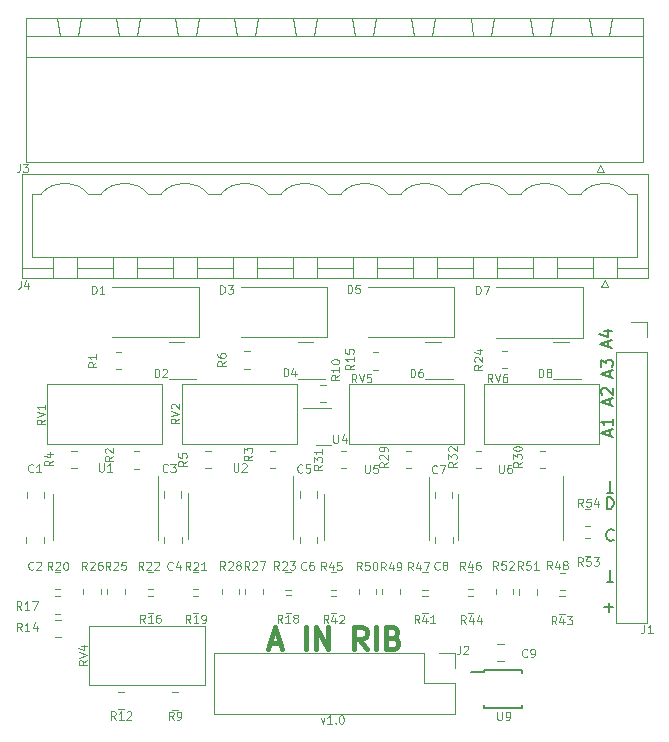
<source format=gbr>
%TF.GenerationSoftware,KiCad,Pcbnew,6.0.8+dfsg-1~bpo11+1*%
%TF.CreationDate,2022-10-31T17:33:22+01:00*%
%TF.ProjectId,rib4inAd_00,72696234-696e-4416-945f-30302e6b6963,rev?*%
%TF.SameCoordinates,Original*%
%TF.FileFunction,Legend,Top*%
%TF.FilePolarity,Positive*%
%FSLAX46Y46*%
G04 Gerber Fmt 4.6, Leading zero omitted, Abs format (unit mm)*
G04 Created by KiCad (PCBNEW 6.0.8+dfsg-1~bpo11+1) date 2022-10-31 17:33:22*
%MOMM*%
%LPD*%
G01*
G04 APERTURE LIST*
%ADD10C,0.150000*%
%ADD11C,0.110000*%
%ADD12C,0.400000*%
%ADD13C,0.120000*%
G04 APERTURE END LIST*
D10*
X178585714Y-107947619D02*
X178014285Y-107947619D01*
X178300000Y-106947619D02*
X178300000Y-107947619D01*
X178266666Y-90514285D02*
X178266666Y-90038095D01*
X178552380Y-90609523D02*
X177552380Y-90276190D01*
X178552380Y-89942857D01*
X177552380Y-89704761D02*
X177552380Y-89085714D01*
X177933333Y-89419047D01*
X177933333Y-89276190D01*
X177980952Y-89180952D01*
X178028571Y-89133333D01*
X178123809Y-89085714D01*
X178361904Y-89085714D01*
X178457142Y-89133333D01*
X178504761Y-89180952D01*
X178552380Y-89276190D01*
X178552380Y-89561904D01*
X178504761Y-89657142D01*
X178457142Y-89704761D01*
X178266666Y-95514285D02*
X178266666Y-95038095D01*
X178552380Y-95609523D02*
X177552380Y-95276190D01*
X178552380Y-94942857D01*
X178552380Y-94085714D02*
X178552380Y-94657142D01*
X178552380Y-94371428D02*
X177552380Y-94371428D01*
X177695238Y-94466666D01*
X177790476Y-94561904D01*
X177838095Y-94657142D01*
D11*
X153800000Y-119450000D02*
X153966666Y-119916666D01*
X154133333Y-119450000D01*
X154766666Y-119916666D02*
X154366666Y-119916666D01*
X154566666Y-119916666D02*
X154566666Y-119216666D01*
X154500000Y-119316666D01*
X154433333Y-119383333D01*
X154366666Y-119416666D01*
X155066666Y-119850000D02*
X155100000Y-119883333D01*
X155066666Y-119916666D01*
X155033333Y-119883333D01*
X155066666Y-119850000D01*
X155066666Y-119916666D01*
X155533333Y-119216666D02*
X155600000Y-119216666D01*
X155666666Y-119250000D01*
X155700000Y-119283333D01*
X155733333Y-119350000D01*
X155766666Y-119483333D01*
X155766666Y-119650000D01*
X155733333Y-119783333D01*
X155700000Y-119850000D01*
X155666666Y-119883333D01*
X155600000Y-119916666D01*
X155533333Y-119916666D01*
X155466666Y-119883333D01*
X155433333Y-119850000D01*
X155400000Y-119783333D01*
X155366666Y-119650000D01*
X155366666Y-119483333D01*
X155400000Y-119350000D01*
X155433333Y-119283333D01*
X155466666Y-119250000D01*
X155533333Y-119216666D01*
D10*
X178038095Y-101752380D02*
X178038095Y-100752380D01*
X178276190Y-100752380D01*
X178419047Y-100800000D01*
X178514285Y-100895238D01*
X178561904Y-100990476D01*
X178609523Y-101180952D01*
X178609523Y-101323809D01*
X178561904Y-101514285D01*
X178514285Y-101609523D01*
X178419047Y-101704761D01*
X178276190Y-101752380D01*
X178038095Y-101752380D01*
X178609523Y-104357142D02*
X178561904Y-104404761D01*
X178419047Y-104452380D01*
X178323809Y-104452380D01*
X178180952Y-104404761D01*
X178085714Y-104309523D01*
X178038095Y-104214285D01*
X177990476Y-104023809D01*
X177990476Y-103880952D01*
X178038095Y-103690476D01*
X178085714Y-103595238D01*
X178180952Y-103500000D01*
X178323809Y-103452380D01*
X178419047Y-103452380D01*
X178561904Y-103500000D01*
X178609523Y-103547619D01*
D12*
X149550000Y-113086666D02*
X150407142Y-113086666D01*
X149378571Y-113629523D02*
X149978571Y-111729523D01*
X150578571Y-113629523D01*
X152550000Y-113629523D02*
X152550000Y-111729523D01*
X153407142Y-113629523D02*
X153407142Y-111729523D01*
X154435714Y-113629523D01*
X154435714Y-111729523D01*
X157692857Y-113629523D02*
X157092857Y-112724761D01*
X156664285Y-113629523D02*
X156664285Y-111729523D01*
X157350000Y-111729523D01*
X157521428Y-111820000D01*
X157607142Y-111910476D01*
X157692857Y-112091428D01*
X157692857Y-112362857D01*
X157607142Y-112543809D01*
X157521428Y-112634285D01*
X157350000Y-112724761D01*
X156664285Y-112724761D01*
X158464285Y-113629523D02*
X158464285Y-111729523D01*
X159921428Y-112634285D02*
X160178571Y-112724761D01*
X160264285Y-112815238D01*
X160350000Y-112996190D01*
X160350000Y-113267619D01*
X160264285Y-113448571D01*
X160178571Y-113539047D01*
X160007142Y-113629523D01*
X159321428Y-113629523D01*
X159321428Y-111729523D01*
X159921428Y-111729523D01*
X160092857Y-111820000D01*
X160178571Y-111910476D01*
X160264285Y-112091428D01*
X160264285Y-112272380D01*
X160178571Y-112453333D01*
X160092857Y-112543809D01*
X159921428Y-112634285D01*
X159321428Y-112634285D01*
D10*
X178166666Y-88014285D02*
X178166666Y-87538095D01*
X178452380Y-88109523D02*
X177452380Y-87776190D01*
X178452380Y-87442857D01*
X177785714Y-86680952D02*
X178452380Y-86680952D01*
X177404761Y-86919047D02*
X178119047Y-87157142D01*
X178119047Y-86538095D01*
X178585714Y-100347619D02*
X178014285Y-100347619D01*
X178300000Y-99347619D02*
X178300000Y-100347619D01*
X177819047Y-110071428D02*
X178580952Y-110071428D01*
X178200000Y-110452380D02*
X178200000Y-109690476D01*
X178266666Y-92914285D02*
X178266666Y-92438095D01*
X178552380Y-93009523D02*
X177552380Y-92676190D01*
X178552380Y-92342857D01*
X177647619Y-92057142D02*
X177600000Y-92009523D01*
X177552380Y-91914285D01*
X177552380Y-91676190D01*
X177600000Y-91580952D01*
X177647619Y-91533333D01*
X177742857Y-91485714D01*
X177838095Y-91485714D01*
X177980952Y-91533333D01*
X178552380Y-92104761D01*
X178552380Y-91485714D01*
D13*
%TO.C,R22*%
X138790000Y-106896666D02*
X138556666Y-106563333D01*
X138390000Y-106896666D02*
X138390000Y-106196666D01*
X138656666Y-106196666D01*
X138723333Y-106230000D01*
X138756666Y-106263333D01*
X138790000Y-106330000D01*
X138790000Y-106430000D01*
X138756666Y-106496666D01*
X138723333Y-106530000D01*
X138656666Y-106563333D01*
X138390000Y-106563333D01*
X139056666Y-106263333D02*
X139090000Y-106230000D01*
X139156666Y-106196666D01*
X139323333Y-106196666D01*
X139390000Y-106230000D01*
X139423333Y-106263333D01*
X139456666Y-106330000D01*
X139456666Y-106396666D01*
X139423333Y-106496666D01*
X139023333Y-106896666D01*
X139456666Y-106896666D01*
X139723333Y-106263333D02*
X139756666Y-106230000D01*
X139823333Y-106196666D01*
X139990000Y-106196666D01*
X140056666Y-106230000D01*
X140090000Y-106263333D01*
X140123333Y-106330000D01*
X140123333Y-106396666D01*
X140090000Y-106496666D01*
X139690000Y-106896666D01*
X140123333Y-106896666D01*
%TO.C,R17*%
X128480000Y-110266666D02*
X128246666Y-109933333D01*
X128080000Y-110266666D02*
X128080000Y-109566666D01*
X128346666Y-109566666D01*
X128413333Y-109600000D01*
X128446666Y-109633333D01*
X128480000Y-109700000D01*
X128480000Y-109800000D01*
X128446666Y-109866666D01*
X128413333Y-109900000D01*
X128346666Y-109933333D01*
X128080000Y-109933333D01*
X129146666Y-110266666D02*
X128746666Y-110266666D01*
X128946666Y-110266666D02*
X128946666Y-109566666D01*
X128880000Y-109666666D01*
X128813333Y-109733333D01*
X128746666Y-109766666D01*
X129380000Y-109566666D02*
X129846666Y-109566666D01*
X129546666Y-110266666D01*
%TO.C,D4*%
X150673333Y-90516666D02*
X150673333Y-89816666D01*
X150840000Y-89816666D01*
X150940000Y-89850000D01*
X151006666Y-89916666D01*
X151040000Y-89983333D01*
X151073333Y-90116666D01*
X151073333Y-90216666D01*
X151040000Y-90350000D01*
X151006666Y-90416666D01*
X150940000Y-90483333D01*
X150840000Y-90516666D01*
X150673333Y-90516666D01*
X151673333Y-90050000D02*
X151673333Y-90516666D01*
X151506666Y-89783333D02*
X151340000Y-90283333D01*
X151773333Y-90283333D01*
%TO.C,C6*%
X152573333Y-106837500D02*
X152540000Y-106870833D01*
X152440000Y-106904166D01*
X152373333Y-106904166D01*
X152273333Y-106870833D01*
X152206666Y-106804166D01*
X152173333Y-106737500D01*
X152140000Y-106604166D01*
X152140000Y-106504166D01*
X152173333Y-106370833D01*
X152206666Y-106304166D01*
X152273333Y-106237500D01*
X152373333Y-106204166D01*
X152440000Y-106204166D01*
X152540000Y-106237500D01*
X152573333Y-106270833D01*
X153173333Y-106204166D02*
X153040000Y-106204166D01*
X152973333Y-106237500D01*
X152940000Y-106270833D01*
X152873333Y-106370833D01*
X152840000Y-106504166D01*
X152840000Y-106770833D01*
X152873333Y-106837500D01*
X152906666Y-106870833D01*
X152973333Y-106904166D01*
X153106666Y-106904166D01*
X153173333Y-106870833D01*
X153206666Y-106837500D01*
X153240000Y-106770833D01*
X153240000Y-106604166D01*
X153206666Y-106537500D01*
X153173333Y-106504166D01*
X153106666Y-106470833D01*
X152973333Y-106470833D01*
X152906666Y-106504166D01*
X152873333Y-106537500D01*
X152840000Y-106604166D01*
%TO.C,R1*%
X134826666Y-89296666D02*
X134493333Y-89530000D01*
X134826666Y-89696666D02*
X134126666Y-89696666D01*
X134126666Y-89430000D01*
X134160000Y-89363333D01*
X134193333Y-89330000D01*
X134260000Y-89296666D01*
X134360000Y-89296666D01*
X134426666Y-89330000D01*
X134460000Y-89363333D01*
X134493333Y-89430000D01*
X134493333Y-89696666D01*
X134826666Y-88630000D02*
X134826666Y-89030000D01*
X134826666Y-88830000D02*
X134126666Y-88830000D01*
X134226666Y-88896666D01*
X134293333Y-88963333D01*
X134326666Y-89030000D01*
%TO.C,RV5*%
X156843333Y-91026666D02*
X156610000Y-90693333D01*
X156443333Y-91026666D02*
X156443333Y-90326666D01*
X156710000Y-90326666D01*
X156776666Y-90360000D01*
X156810000Y-90393333D01*
X156843333Y-90460000D01*
X156843333Y-90560000D01*
X156810000Y-90626666D01*
X156776666Y-90660000D01*
X156710000Y-90693333D01*
X156443333Y-90693333D01*
X157043333Y-90326666D02*
X157276666Y-91026666D01*
X157510000Y-90326666D01*
X158076666Y-90326666D02*
X157743333Y-90326666D01*
X157710000Y-90660000D01*
X157743333Y-90626666D01*
X157810000Y-90593333D01*
X157976666Y-90593333D01*
X158043333Y-90626666D01*
X158076666Y-90660000D01*
X158110000Y-90726666D01*
X158110000Y-90893333D01*
X158076666Y-90960000D01*
X158043333Y-90993333D01*
X157976666Y-91026666D01*
X157810000Y-91026666D01*
X157743333Y-90993333D01*
X157710000Y-90960000D01*
%TO.C,R44*%
X166080000Y-111456666D02*
X165846666Y-111123333D01*
X165680000Y-111456666D02*
X165680000Y-110756666D01*
X165946666Y-110756666D01*
X166013333Y-110790000D01*
X166046666Y-110823333D01*
X166080000Y-110890000D01*
X166080000Y-110990000D01*
X166046666Y-111056666D01*
X166013333Y-111090000D01*
X165946666Y-111123333D01*
X165680000Y-111123333D01*
X166680000Y-110990000D02*
X166680000Y-111456666D01*
X166513333Y-110723333D02*
X166346666Y-111223333D01*
X166780000Y-111223333D01*
X167346666Y-110990000D02*
X167346666Y-111456666D01*
X167180000Y-110723333D02*
X167013333Y-111223333D01*
X167446666Y-111223333D01*
%TO.C,C4*%
X141273333Y-106850000D02*
X141240000Y-106883333D01*
X141140000Y-106916666D01*
X141073333Y-106916666D01*
X140973333Y-106883333D01*
X140906666Y-106816666D01*
X140873333Y-106750000D01*
X140840000Y-106616666D01*
X140840000Y-106516666D01*
X140873333Y-106383333D01*
X140906666Y-106316666D01*
X140973333Y-106250000D01*
X141073333Y-106216666D01*
X141140000Y-106216666D01*
X141240000Y-106250000D01*
X141273333Y-106283333D01*
X141873333Y-106450000D02*
X141873333Y-106916666D01*
X141706666Y-106183333D02*
X141540000Y-106683333D01*
X141973333Y-106683333D01*
%TO.C,R6*%
X145756666Y-89206666D02*
X145423333Y-89440000D01*
X145756666Y-89606666D02*
X145056666Y-89606666D01*
X145056666Y-89340000D01*
X145090000Y-89273333D01*
X145123333Y-89240000D01*
X145190000Y-89206666D01*
X145290000Y-89206666D01*
X145356666Y-89240000D01*
X145390000Y-89273333D01*
X145423333Y-89340000D01*
X145423333Y-89606666D01*
X145056666Y-88606666D02*
X145056666Y-88740000D01*
X145090000Y-88806666D01*
X145123333Y-88840000D01*
X145223333Y-88906666D01*
X145356666Y-88940000D01*
X145623333Y-88940000D01*
X145690000Y-88906666D01*
X145723333Y-88873333D01*
X145756666Y-88806666D01*
X145756666Y-88673333D01*
X145723333Y-88606666D01*
X145690000Y-88573333D01*
X145623333Y-88540000D01*
X145456666Y-88540000D01*
X145390000Y-88573333D01*
X145356666Y-88606666D01*
X145323333Y-88673333D01*
X145323333Y-88806666D01*
X145356666Y-88873333D01*
X145390000Y-88906666D01*
X145456666Y-88940000D01*
%TO.C,D2*%
X139753333Y-90576666D02*
X139753333Y-89876666D01*
X139920000Y-89876666D01*
X140020000Y-89910000D01*
X140086666Y-89976666D01*
X140120000Y-90043333D01*
X140153333Y-90176666D01*
X140153333Y-90276666D01*
X140120000Y-90410000D01*
X140086666Y-90476666D01*
X140020000Y-90543333D01*
X139920000Y-90576666D01*
X139753333Y-90576666D01*
X140420000Y-89943333D02*
X140453333Y-89910000D01*
X140520000Y-89876666D01*
X140686666Y-89876666D01*
X140753333Y-89910000D01*
X140786666Y-89943333D01*
X140820000Y-90010000D01*
X140820000Y-90076666D01*
X140786666Y-90176666D01*
X140386666Y-90576666D01*
X140820000Y-90576666D01*
%TO.C,R16*%
X138944000Y-111376666D02*
X138710666Y-111043333D01*
X138544000Y-111376666D02*
X138544000Y-110676666D01*
X138810666Y-110676666D01*
X138877333Y-110710000D01*
X138910666Y-110743333D01*
X138944000Y-110810000D01*
X138944000Y-110910000D01*
X138910666Y-110976666D01*
X138877333Y-111010000D01*
X138810666Y-111043333D01*
X138544000Y-111043333D01*
X139610666Y-111376666D02*
X139210666Y-111376666D01*
X139410666Y-111376666D02*
X139410666Y-110676666D01*
X139344000Y-110776666D01*
X139277333Y-110843333D01*
X139210666Y-110876666D01*
X140210666Y-110676666D02*
X140077333Y-110676666D01*
X140010666Y-110710000D01*
X139977333Y-110743333D01*
X139910666Y-110843333D01*
X139877333Y-110976666D01*
X139877333Y-111243333D01*
X139910666Y-111310000D01*
X139944000Y-111343333D01*
X140010666Y-111376666D01*
X140144000Y-111376666D01*
X140210666Y-111343333D01*
X140244000Y-111310000D01*
X140277333Y-111243333D01*
X140277333Y-111076666D01*
X140244000Y-111010000D01*
X140210666Y-110976666D01*
X140144000Y-110943333D01*
X140010666Y-110943333D01*
X139944000Y-110976666D01*
X139910666Y-111010000D01*
X139877333Y-111076666D01*
%TO.C,R10*%
X155396666Y-90400000D02*
X155063333Y-90633333D01*
X155396666Y-90800000D02*
X154696666Y-90800000D01*
X154696666Y-90533333D01*
X154730000Y-90466666D01*
X154763333Y-90433333D01*
X154830000Y-90400000D01*
X154930000Y-90400000D01*
X154996666Y-90433333D01*
X155030000Y-90466666D01*
X155063333Y-90533333D01*
X155063333Y-90800000D01*
X155396666Y-89733333D02*
X155396666Y-90133333D01*
X155396666Y-89933333D02*
X154696666Y-89933333D01*
X154796666Y-90000000D01*
X154863333Y-90066666D01*
X154896666Y-90133333D01*
X154696666Y-89300000D02*
X154696666Y-89233333D01*
X154730000Y-89166666D01*
X154763333Y-89133333D01*
X154830000Y-89100000D01*
X154963333Y-89066666D01*
X155130000Y-89066666D01*
X155263333Y-89100000D01*
X155330000Y-89133333D01*
X155363333Y-89166666D01*
X155396666Y-89233333D01*
X155396666Y-89300000D01*
X155363333Y-89366666D01*
X155330000Y-89400000D01*
X155263333Y-89433333D01*
X155130000Y-89466666D01*
X154963333Y-89466666D01*
X154830000Y-89433333D01*
X154763333Y-89400000D01*
X154730000Y-89366666D01*
X154696666Y-89300000D01*
%TO.C,R5*%
X142466666Y-97666666D02*
X142133333Y-97900000D01*
X142466666Y-98066666D02*
X141766666Y-98066666D01*
X141766666Y-97800000D01*
X141800000Y-97733333D01*
X141833333Y-97700000D01*
X141900000Y-97666666D01*
X142000000Y-97666666D01*
X142066666Y-97700000D01*
X142100000Y-97733333D01*
X142133333Y-97800000D01*
X142133333Y-98066666D01*
X141766666Y-97033333D02*
X141766666Y-97366666D01*
X142100000Y-97400000D01*
X142066666Y-97366666D01*
X142033333Y-97300000D01*
X142033333Y-97133333D01*
X142066666Y-97066666D01*
X142100000Y-97033333D01*
X142166666Y-97000000D01*
X142333333Y-97000000D01*
X142400000Y-97033333D01*
X142433333Y-97066666D01*
X142466666Y-97133333D01*
X142466666Y-97300000D01*
X142433333Y-97366666D01*
X142400000Y-97400000D01*
%TO.C,R29*%
X159476666Y-97800000D02*
X159143333Y-98033333D01*
X159476666Y-98200000D02*
X158776666Y-98200000D01*
X158776666Y-97933333D01*
X158810000Y-97866666D01*
X158843333Y-97833333D01*
X158910000Y-97800000D01*
X159010000Y-97800000D01*
X159076666Y-97833333D01*
X159110000Y-97866666D01*
X159143333Y-97933333D01*
X159143333Y-98200000D01*
X158843333Y-97533333D02*
X158810000Y-97500000D01*
X158776666Y-97433333D01*
X158776666Y-97266666D01*
X158810000Y-97200000D01*
X158843333Y-97166666D01*
X158910000Y-97133333D01*
X158976666Y-97133333D01*
X159076666Y-97166666D01*
X159476666Y-97566666D01*
X159476666Y-97133333D01*
X159476666Y-96800000D02*
X159476666Y-96666666D01*
X159443333Y-96600000D01*
X159410000Y-96566666D01*
X159310000Y-96500000D01*
X159176666Y-96466666D01*
X158910000Y-96466666D01*
X158843333Y-96500000D01*
X158810000Y-96533333D01*
X158776666Y-96600000D01*
X158776666Y-96733333D01*
X158810000Y-96800000D01*
X158843333Y-96833333D01*
X158910000Y-96866666D01*
X159076666Y-96866666D01*
X159143333Y-96833333D01*
X159176666Y-96800000D01*
X159210000Y-96733333D01*
X159210000Y-96600000D01*
X159176666Y-96533333D01*
X159143333Y-96500000D01*
X159076666Y-96466666D01*
%TO.C,RV1*%
X130456666Y-94166666D02*
X130123333Y-94400000D01*
X130456666Y-94566666D02*
X129756666Y-94566666D01*
X129756666Y-94300000D01*
X129790000Y-94233333D01*
X129823333Y-94200000D01*
X129890000Y-94166666D01*
X129990000Y-94166666D01*
X130056666Y-94200000D01*
X130090000Y-94233333D01*
X130123333Y-94300000D01*
X130123333Y-94566666D01*
X129756666Y-93966666D02*
X130456666Y-93733333D01*
X129756666Y-93500000D01*
X130456666Y-92900000D02*
X130456666Y-93300000D01*
X130456666Y-93100000D02*
X129756666Y-93100000D01*
X129856666Y-93166666D01*
X129923333Y-93233333D01*
X129956666Y-93300000D01*
%TO.C,RV2*%
X141846666Y-94096666D02*
X141513333Y-94330000D01*
X141846666Y-94496666D02*
X141146666Y-94496666D01*
X141146666Y-94230000D01*
X141180000Y-94163333D01*
X141213333Y-94130000D01*
X141280000Y-94096666D01*
X141380000Y-94096666D01*
X141446666Y-94130000D01*
X141480000Y-94163333D01*
X141513333Y-94230000D01*
X141513333Y-94496666D01*
X141146666Y-93896666D02*
X141846666Y-93663333D01*
X141146666Y-93430000D01*
X141213333Y-93230000D02*
X141180000Y-93196666D01*
X141146666Y-93130000D01*
X141146666Y-92963333D01*
X141180000Y-92896666D01*
X141213333Y-92863333D01*
X141280000Y-92830000D01*
X141346666Y-92830000D01*
X141446666Y-92863333D01*
X141846666Y-93263333D01*
X141846666Y-92830000D01*
%TO.C,R12*%
X136460000Y-119576666D02*
X136226666Y-119243333D01*
X136060000Y-119576666D02*
X136060000Y-118876666D01*
X136326666Y-118876666D01*
X136393333Y-118910000D01*
X136426666Y-118943333D01*
X136460000Y-119010000D01*
X136460000Y-119110000D01*
X136426666Y-119176666D01*
X136393333Y-119210000D01*
X136326666Y-119243333D01*
X136060000Y-119243333D01*
X137126666Y-119576666D02*
X136726666Y-119576666D01*
X136926666Y-119576666D02*
X136926666Y-118876666D01*
X136860000Y-118976666D01*
X136793333Y-119043333D01*
X136726666Y-119076666D01*
X137393333Y-118943333D02*
X137426666Y-118910000D01*
X137493333Y-118876666D01*
X137660000Y-118876666D01*
X137726666Y-118910000D01*
X137760000Y-118943333D01*
X137793333Y-119010000D01*
X137793333Y-119076666D01*
X137760000Y-119176666D01*
X137360000Y-119576666D01*
X137793333Y-119576666D01*
%TO.C,R49*%
X159300000Y-106946666D02*
X159066666Y-106613333D01*
X158900000Y-106946666D02*
X158900000Y-106246666D01*
X159166666Y-106246666D01*
X159233333Y-106280000D01*
X159266666Y-106313333D01*
X159300000Y-106380000D01*
X159300000Y-106480000D01*
X159266666Y-106546666D01*
X159233333Y-106580000D01*
X159166666Y-106613333D01*
X158900000Y-106613333D01*
X159900000Y-106480000D02*
X159900000Y-106946666D01*
X159733333Y-106213333D02*
X159566666Y-106713333D01*
X160000000Y-106713333D01*
X160300000Y-106946666D02*
X160433333Y-106946666D01*
X160500000Y-106913333D01*
X160533333Y-106880000D01*
X160600000Y-106780000D01*
X160633333Y-106646666D01*
X160633333Y-106380000D01*
X160600000Y-106313333D01*
X160566666Y-106280000D01*
X160500000Y-106246666D01*
X160366666Y-106246666D01*
X160300000Y-106280000D01*
X160266666Y-106313333D01*
X160233333Y-106380000D01*
X160233333Y-106546666D01*
X160266666Y-106613333D01*
X160300000Y-106646666D01*
X160366666Y-106680000D01*
X160500000Y-106680000D01*
X160566666Y-106646666D01*
X160600000Y-106613333D01*
X160633333Y-106546666D01*
%TO.C,J1*%
X181206666Y-111546666D02*
X181206666Y-112046666D01*
X181173333Y-112146666D01*
X181106666Y-112213333D01*
X181006666Y-112246666D01*
X180940000Y-112246666D01*
X181906666Y-112246666D02*
X181506666Y-112246666D01*
X181706666Y-112246666D02*
X181706666Y-111546666D01*
X181640000Y-111646666D01*
X181573333Y-111713333D01*
X181506666Y-111746666D01*
%TO.C,R19*%
X142780000Y-111396666D02*
X142546666Y-111063333D01*
X142380000Y-111396666D02*
X142380000Y-110696666D01*
X142646666Y-110696666D01*
X142713333Y-110730000D01*
X142746666Y-110763333D01*
X142780000Y-110830000D01*
X142780000Y-110930000D01*
X142746666Y-110996666D01*
X142713333Y-111030000D01*
X142646666Y-111063333D01*
X142380000Y-111063333D01*
X143446666Y-111396666D02*
X143046666Y-111396666D01*
X143246666Y-111396666D02*
X143246666Y-110696666D01*
X143180000Y-110796666D01*
X143113333Y-110863333D01*
X143046666Y-110896666D01*
X143780000Y-111396666D02*
X143913333Y-111396666D01*
X143980000Y-111363333D01*
X144013333Y-111330000D01*
X144080000Y-111230000D01*
X144113333Y-111096666D01*
X144113333Y-110830000D01*
X144080000Y-110763333D01*
X144046666Y-110730000D01*
X143980000Y-110696666D01*
X143846666Y-110696666D01*
X143780000Y-110730000D01*
X143746666Y-110763333D01*
X143713333Y-110830000D01*
X143713333Y-110996666D01*
X143746666Y-111063333D01*
X143780000Y-111096666D01*
X143846666Y-111130000D01*
X143980000Y-111130000D01*
X144046666Y-111096666D01*
X144080000Y-111063333D01*
X144113333Y-110996666D01*
%TO.C,C3*%
X140853333Y-98560000D02*
X140820000Y-98593333D01*
X140720000Y-98626666D01*
X140653333Y-98626666D01*
X140553333Y-98593333D01*
X140486666Y-98526666D01*
X140453333Y-98460000D01*
X140420000Y-98326666D01*
X140420000Y-98226666D01*
X140453333Y-98093333D01*
X140486666Y-98026666D01*
X140553333Y-97960000D01*
X140653333Y-97926666D01*
X140720000Y-97926666D01*
X140820000Y-97960000D01*
X140853333Y-97993333D01*
X141086666Y-97926666D02*
X141520000Y-97926666D01*
X141286666Y-98193333D01*
X141386666Y-98193333D01*
X141453333Y-98226666D01*
X141486666Y-98260000D01*
X141520000Y-98326666D01*
X141520000Y-98493333D01*
X141486666Y-98560000D01*
X141453333Y-98593333D01*
X141386666Y-98626666D01*
X141186666Y-98626666D01*
X141120000Y-98593333D01*
X141086666Y-98560000D01*
%TO.C,R24*%
X167506666Y-89540000D02*
X167173333Y-89773333D01*
X167506666Y-89940000D02*
X166806666Y-89940000D01*
X166806666Y-89673333D01*
X166840000Y-89606666D01*
X166873333Y-89573333D01*
X166940000Y-89540000D01*
X167040000Y-89540000D01*
X167106666Y-89573333D01*
X167140000Y-89606666D01*
X167173333Y-89673333D01*
X167173333Y-89940000D01*
X166873333Y-89273333D02*
X166840000Y-89240000D01*
X166806666Y-89173333D01*
X166806666Y-89006666D01*
X166840000Y-88940000D01*
X166873333Y-88906666D01*
X166940000Y-88873333D01*
X167006666Y-88873333D01*
X167106666Y-88906666D01*
X167506666Y-89306666D01*
X167506666Y-88873333D01*
X167040000Y-88273333D02*
X167506666Y-88273333D01*
X166773333Y-88440000D02*
X167273333Y-88606666D01*
X167273333Y-88173333D01*
%TO.C,R46*%
X166030000Y-106896666D02*
X165796666Y-106563333D01*
X165630000Y-106896666D02*
X165630000Y-106196666D01*
X165896666Y-106196666D01*
X165963333Y-106230000D01*
X165996666Y-106263333D01*
X166030000Y-106330000D01*
X166030000Y-106430000D01*
X165996666Y-106496666D01*
X165963333Y-106530000D01*
X165896666Y-106563333D01*
X165630000Y-106563333D01*
X166630000Y-106430000D02*
X166630000Y-106896666D01*
X166463333Y-106163333D02*
X166296666Y-106663333D01*
X166730000Y-106663333D01*
X167296666Y-106196666D02*
X167163333Y-106196666D01*
X167096666Y-106230000D01*
X167063333Y-106263333D01*
X166996666Y-106363333D01*
X166963333Y-106496666D01*
X166963333Y-106763333D01*
X166996666Y-106830000D01*
X167030000Y-106863333D01*
X167096666Y-106896666D01*
X167230000Y-106896666D01*
X167296666Y-106863333D01*
X167330000Y-106830000D01*
X167363333Y-106763333D01*
X167363333Y-106596666D01*
X167330000Y-106530000D01*
X167296666Y-106496666D01*
X167230000Y-106463333D01*
X167096666Y-106463333D01*
X167030000Y-106496666D01*
X166996666Y-106530000D01*
X166963333Y-106596666D01*
%TO.C,R31*%
X153916666Y-98010000D02*
X153583333Y-98243333D01*
X153916666Y-98410000D02*
X153216666Y-98410000D01*
X153216666Y-98143333D01*
X153250000Y-98076666D01*
X153283333Y-98043333D01*
X153350000Y-98010000D01*
X153450000Y-98010000D01*
X153516666Y-98043333D01*
X153550000Y-98076666D01*
X153583333Y-98143333D01*
X153583333Y-98410000D01*
X153216666Y-97776666D02*
X153216666Y-97343333D01*
X153483333Y-97576666D01*
X153483333Y-97476666D01*
X153516666Y-97410000D01*
X153550000Y-97376666D01*
X153616666Y-97343333D01*
X153783333Y-97343333D01*
X153850000Y-97376666D01*
X153883333Y-97410000D01*
X153916666Y-97476666D01*
X153916666Y-97676666D01*
X153883333Y-97743333D01*
X153850000Y-97776666D01*
X153916666Y-96676666D02*
X153916666Y-97076666D01*
X153916666Y-96876666D02*
X153216666Y-96876666D01*
X153316666Y-96943333D01*
X153383333Y-97010000D01*
X153416666Y-97076666D01*
%TO.C,D7*%
X166973333Y-83556666D02*
X166973333Y-82856666D01*
X167140000Y-82856666D01*
X167240000Y-82890000D01*
X167306666Y-82956666D01*
X167340000Y-83023333D01*
X167373333Y-83156666D01*
X167373333Y-83256666D01*
X167340000Y-83390000D01*
X167306666Y-83456666D01*
X167240000Y-83523333D01*
X167140000Y-83556666D01*
X166973333Y-83556666D01*
X167606666Y-82856666D02*
X168073333Y-82856666D01*
X167773333Y-83556666D01*
%TO.C,C7*%
X163653333Y-98660000D02*
X163620000Y-98693333D01*
X163520000Y-98726666D01*
X163453333Y-98726666D01*
X163353333Y-98693333D01*
X163286666Y-98626666D01*
X163253333Y-98560000D01*
X163220000Y-98426666D01*
X163220000Y-98326666D01*
X163253333Y-98193333D01*
X163286666Y-98126666D01*
X163353333Y-98060000D01*
X163453333Y-98026666D01*
X163520000Y-98026666D01*
X163620000Y-98060000D01*
X163653333Y-98093333D01*
X163886666Y-98026666D02*
X164353333Y-98026666D01*
X164053333Y-98726666D01*
%TO.C,R45*%
X154260000Y-106926666D02*
X154026666Y-106593333D01*
X153860000Y-106926666D02*
X153860000Y-106226666D01*
X154126666Y-106226666D01*
X154193333Y-106260000D01*
X154226666Y-106293333D01*
X154260000Y-106360000D01*
X154260000Y-106460000D01*
X154226666Y-106526666D01*
X154193333Y-106560000D01*
X154126666Y-106593333D01*
X153860000Y-106593333D01*
X154860000Y-106460000D02*
X154860000Y-106926666D01*
X154693333Y-106193333D02*
X154526666Y-106693333D01*
X154960000Y-106693333D01*
X155560000Y-106226666D02*
X155226666Y-106226666D01*
X155193333Y-106560000D01*
X155226666Y-106526666D01*
X155293333Y-106493333D01*
X155460000Y-106493333D01*
X155526666Y-106526666D01*
X155560000Y-106560000D01*
X155593333Y-106626666D01*
X155593333Y-106793333D01*
X155560000Y-106860000D01*
X155526666Y-106893333D01*
X155460000Y-106926666D01*
X155293333Y-106926666D01*
X155226666Y-106893333D01*
X155193333Y-106860000D01*
%TO.C,R50*%
X157280000Y-106906666D02*
X157046666Y-106573333D01*
X156880000Y-106906666D02*
X156880000Y-106206666D01*
X157146666Y-106206666D01*
X157213333Y-106240000D01*
X157246666Y-106273333D01*
X157280000Y-106340000D01*
X157280000Y-106440000D01*
X157246666Y-106506666D01*
X157213333Y-106540000D01*
X157146666Y-106573333D01*
X156880000Y-106573333D01*
X157913333Y-106206666D02*
X157580000Y-106206666D01*
X157546666Y-106540000D01*
X157580000Y-106506666D01*
X157646666Y-106473333D01*
X157813333Y-106473333D01*
X157880000Y-106506666D01*
X157913333Y-106540000D01*
X157946666Y-106606666D01*
X157946666Y-106773333D01*
X157913333Y-106840000D01*
X157880000Y-106873333D01*
X157813333Y-106906666D01*
X157646666Y-106906666D01*
X157580000Y-106873333D01*
X157546666Y-106840000D01*
X158380000Y-106206666D02*
X158446666Y-106206666D01*
X158513333Y-106240000D01*
X158546666Y-106273333D01*
X158580000Y-106340000D01*
X158613333Y-106473333D01*
X158613333Y-106640000D01*
X158580000Y-106773333D01*
X158546666Y-106840000D01*
X158513333Y-106873333D01*
X158446666Y-106906666D01*
X158380000Y-106906666D01*
X158313333Y-106873333D01*
X158280000Y-106840000D01*
X158246666Y-106773333D01*
X158213333Y-106640000D01*
X158213333Y-106473333D01*
X158246666Y-106340000D01*
X158280000Y-106273333D01*
X158313333Y-106240000D01*
X158380000Y-106206666D01*
%TO.C,J2*%
X165616666Y-113336666D02*
X165616666Y-113836666D01*
X165583333Y-113936666D01*
X165516666Y-114003333D01*
X165416666Y-114036666D01*
X165350000Y-114036666D01*
X165916666Y-113403333D02*
X165950000Y-113370000D01*
X166016666Y-113336666D01*
X166183333Y-113336666D01*
X166250000Y-113370000D01*
X166283333Y-113403333D01*
X166316666Y-113470000D01*
X166316666Y-113536666D01*
X166283333Y-113636666D01*
X165883333Y-114036666D01*
X166316666Y-114036666D01*
%TO.C,RV6*%
X168353333Y-91006666D02*
X168120000Y-90673333D01*
X167953333Y-91006666D02*
X167953333Y-90306666D01*
X168220000Y-90306666D01*
X168286666Y-90340000D01*
X168320000Y-90373333D01*
X168353333Y-90440000D01*
X168353333Y-90540000D01*
X168320000Y-90606666D01*
X168286666Y-90640000D01*
X168220000Y-90673333D01*
X167953333Y-90673333D01*
X168553333Y-90306666D02*
X168786666Y-91006666D01*
X169020000Y-90306666D01*
X169553333Y-90306666D02*
X169420000Y-90306666D01*
X169353333Y-90340000D01*
X169320000Y-90373333D01*
X169253333Y-90473333D01*
X169220000Y-90606666D01*
X169220000Y-90873333D01*
X169253333Y-90940000D01*
X169286666Y-90973333D01*
X169353333Y-91006666D01*
X169486666Y-91006666D01*
X169553333Y-90973333D01*
X169586666Y-90940000D01*
X169620000Y-90873333D01*
X169620000Y-90706666D01*
X169586666Y-90640000D01*
X169553333Y-90606666D01*
X169486666Y-90573333D01*
X169353333Y-90573333D01*
X169286666Y-90606666D01*
X169253333Y-90640000D01*
X169220000Y-90706666D01*
%TO.C,R42*%
X154460000Y-111416666D02*
X154226666Y-111083333D01*
X154060000Y-111416666D02*
X154060000Y-110716666D01*
X154326666Y-110716666D01*
X154393333Y-110750000D01*
X154426666Y-110783333D01*
X154460000Y-110850000D01*
X154460000Y-110950000D01*
X154426666Y-111016666D01*
X154393333Y-111050000D01*
X154326666Y-111083333D01*
X154060000Y-111083333D01*
X155060000Y-110950000D02*
X155060000Y-111416666D01*
X154893333Y-110683333D02*
X154726666Y-111183333D01*
X155160000Y-111183333D01*
X155393333Y-110783333D02*
X155426666Y-110750000D01*
X155493333Y-110716666D01*
X155660000Y-110716666D01*
X155726666Y-110750000D01*
X155760000Y-110783333D01*
X155793333Y-110850000D01*
X155793333Y-110916666D01*
X155760000Y-111016666D01*
X155360000Y-111416666D01*
X155793333Y-111416666D01*
%TO.C,R9*%
X141353333Y-119596666D02*
X141120000Y-119263333D01*
X140953333Y-119596666D02*
X140953333Y-118896666D01*
X141220000Y-118896666D01*
X141286666Y-118930000D01*
X141320000Y-118963333D01*
X141353333Y-119030000D01*
X141353333Y-119130000D01*
X141320000Y-119196666D01*
X141286666Y-119230000D01*
X141220000Y-119263333D01*
X140953333Y-119263333D01*
X141686666Y-119596666D02*
X141820000Y-119596666D01*
X141886666Y-119563333D01*
X141920000Y-119530000D01*
X141986666Y-119430000D01*
X142020000Y-119296666D01*
X142020000Y-119030000D01*
X141986666Y-118963333D01*
X141953333Y-118930000D01*
X141886666Y-118896666D01*
X141753333Y-118896666D01*
X141686666Y-118930000D01*
X141653333Y-118963333D01*
X141620000Y-119030000D01*
X141620000Y-119196666D01*
X141653333Y-119263333D01*
X141686666Y-119296666D01*
X141753333Y-119330000D01*
X141886666Y-119330000D01*
X141953333Y-119296666D01*
X141986666Y-119263333D01*
X142020000Y-119196666D01*
%TO.C,C1*%
X129463333Y-98580000D02*
X129430000Y-98613333D01*
X129330000Y-98646666D01*
X129263333Y-98646666D01*
X129163333Y-98613333D01*
X129096666Y-98546666D01*
X129063333Y-98480000D01*
X129030000Y-98346666D01*
X129030000Y-98246666D01*
X129063333Y-98113333D01*
X129096666Y-98046666D01*
X129163333Y-97980000D01*
X129263333Y-97946666D01*
X129330000Y-97946666D01*
X129430000Y-97980000D01*
X129463333Y-98013333D01*
X130130000Y-98646666D02*
X129730000Y-98646666D01*
X129930000Y-98646666D02*
X129930000Y-97946666D01*
X129863333Y-98046666D01*
X129796666Y-98113333D01*
X129730000Y-98146666D01*
%TO.C,RV4*%
X134016666Y-114556666D02*
X133683333Y-114790000D01*
X134016666Y-114956666D02*
X133316666Y-114956666D01*
X133316666Y-114690000D01*
X133350000Y-114623333D01*
X133383333Y-114590000D01*
X133450000Y-114556666D01*
X133550000Y-114556666D01*
X133616666Y-114590000D01*
X133650000Y-114623333D01*
X133683333Y-114690000D01*
X133683333Y-114956666D01*
X133316666Y-114356666D02*
X134016666Y-114123333D01*
X133316666Y-113890000D01*
X133550000Y-113356666D02*
X134016666Y-113356666D01*
X133283333Y-113523333D02*
X133783333Y-113690000D01*
X133783333Y-113256666D01*
%TO.C,R30*%
X170826666Y-97750000D02*
X170493333Y-97983333D01*
X170826666Y-98150000D02*
X170126666Y-98150000D01*
X170126666Y-97883333D01*
X170160000Y-97816666D01*
X170193333Y-97783333D01*
X170260000Y-97750000D01*
X170360000Y-97750000D01*
X170426666Y-97783333D01*
X170460000Y-97816666D01*
X170493333Y-97883333D01*
X170493333Y-98150000D01*
X170126666Y-97516666D02*
X170126666Y-97083333D01*
X170393333Y-97316666D01*
X170393333Y-97216666D01*
X170426666Y-97150000D01*
X170460000Y-97116666D01*
X170526666Y-97083333D01*
X170693333Y-97083333D01*
X170760000Y-97116666D01*
X170793333Y-97150000D01*
X170826666Y-97216666D01*
X170826666Y-97416666D01*
X170793333Y-97483333D01*
X170760000Y-97516666D01*
X170126666Y-96650000D02*
X170126666Y-96583333D01*
X170160000Y-96516666D01*
X170193333Y-96483333D01*
X170260000Y-96450000D01*
X170393333Y-96416666D01*
X170560000Y-96416666D01*
X170693333Y-96450000D01*
X170760000Y-96483333D01*
X170793333Y-96516666D01*
X170826666Y-96583333D01*
X170826666Y-96650000D01*
X170793333Y-96716666D01*
X170760000Y-96750000D01*
X170693333Y-96783333D01*
X170560000Y-96816666D01*
X170393333Y-96816666D01*
X170260000Y-96783333D01*
X170193333Y-96750000D01*
X170160000Y-96716666D01*
X170126666Y-96650000D01*
%TO.C,R20*%
X131100000Y-106916666D02*
X130866666Y-106583333D01*
X130700000Y-106916666D02*
X130700000Y-106216666D01*
X130966666Y-106216666D01*
X131033333Y-106250000D01*
X131066666Y-106283333D01*
X131100000Y-106350000D01*
X131100000Y-106450000D01*
X131066666Y-106516666D01*
X131033333Y-106550000D01*
X130966666Y-106583333D01*
X130700000Y-106583333D01*
X131366666Y-106283333D02*
X131400000Y-106250000D01*
X131466666Y-106216666D01*
X131633333Y-106216666D01*
X131700000Y-106250000D01*
X131733333Y-106283333D01*
X131766666Y-106350000D01*
X131766666Y-106416666D01*
X131733333Y-106516666D01*
X131333333Y-106916666D01*
X131766666Y-106916666D01*
X132200000Y-106216666D02*
X132266666Y-106216666D01*
X132333333Y-106250000D01*
X132366666Y-106283333D01*
X132400000Y-106350000D01*
X132433333Y-106483333D01*
X132433333Y-106650000D01*
X132400000Y-106783333D01*
X132366666Y-106850000D01*
X132333333Y-106883333D01*
X132266666Y-106916666D01*
X132200000Y-106916666D01*
X132133333Y-106883333D01*
X132100000Y-106850000D01*
X132066666Y-106783333D01*
X132033333Y-106650000D01*
X132033333Y-106483333D01*
X132066666Y-106350000D01*
X132100000Y-106283333D01*
X132133333Y-106250000D01*
X132200000Y-106216666D01*
%TO.C,R43*%
X173760000Y-111516666D02*
X173526666Y-111183333D01*
X173360000Y-111516666D02*
X173360000Y-110816666D01*
X173626666Y-110816666D01*
X173693333Y-110850000D01*
X173726666Y-110883333D01*
X173760000Y-110950000D01*
X173760000Y-111050000D01*
X173726666Y-111116666D01*
X173693333Y-111150000D01*
X173626666Y-111183333D01*
X173360000Y-111183333D01*
X174360000Y-111050000D02*
X174360000Y-111516666D01*
X174193333Y-110783333D02*
X174026666Y-111283333D01*
X174460000Y-111283333D01*
X174660000Y-110816666D02*
X175093333Y-110816666D01*
X174860000Y-111083333D01*
X174960000Y-111083333D01*
X175026666Y-111116666D01*
X175060000Y-111150000D01*
X175093333Y-111216666D01*
X175093333Y-111383333D01*
X175060000Y-111450000D01*
X175026666Y-111483333D01*
X174960000Y-111516666D01*
X174760000Y-111516666D01*
X174693333Y-111483333D01*
X174660000Y-111450000D01*
%TO.C,U1*%
X135036666Y-97886666D02*
X135036666Y-98453333D01*
X135070000Y-98520000D01*
X135103333Y-98553333D01*
X135170000Y-98586666D01*
X135303333Y-98586666D01*
X135370000Y-98553333D01*
X135403333Y-98520000D01*
X135436666Y-98453333D01*
X135436666Y-97886666D01*
X136136666Y-98586666D02*
X135736666Y-98586666D01*
X135936666Y-98586666D02*
X135936666Y-97886666D01*
X135870000Y-97986666D01*
X135803333Y-98053333D01*
X135736666Y-98086666D01*
%TO.C,J3*%
X128336666Y-72516666D02*
X128336666Y-73016666D01*
X128303333Y-73116666D01*
X128236666Y-73183333D01*
X128136666Y-73216666D01*
X128070000Y-73216666D01*
X128603333Y-72516666D02*
X129036666Y-72516666D01*
X128803333Y-72783333D01*
X128903333Y-72783333D01*
X128970000Y-72816666D01*
X129003333Y-72850000D01*
X129036666Y-72916666D01*
X129036666Y-73083333D01*
X129003333Y-73150000D01*
X128970000Y-73183333D01*
X128903333Y-73216666D01*
X128703333Y-73216666D01*
X128636666Y-73183333D01*
X128603333Y-73150000D01*
%TO.C,R14*%
X128490000Y-112076666D02*
X128256666Y-111743333D01*
X128090000Y-112076666D02*
X128090000Y-111376666D01*
X128356666Y-111376666D01*
X128423333Y-111410000D01*
X128456666Y-111443333D01*
X128490000Y-111510000D01*
X128490000Y-111610000D01*
X128456666Y-111676666D01*
X128423333Y-111710000D01*
X128356666Y-111743333D01*
X128090000Y-111743333D01*
X129156666Y-112076666D02*
X128756666Y-112076666D01*
X128956666Y-112076666D02*
X128956666Y-111376666D01*
X128890000Y-111476666D01*
X128823333Y-111543333D01*
X128756666Y-111576666D01*
X129756666Y-111610000D02*
X129756666Y-112076666D01*
X129590000Y-111343333D02*
X129423333Y-111843333D01*
X129856666Y-111843333D01*
%TO.C,D1*%
X134433333Y-83526666D02*
X134433333Y-82826666D01*
X134600000Y-82826666D01*
X134700000Y-82860000D01*
X134766666Y-82926666D01*
X134800000Y-82993333D01*
X134833333Y-83126666D01*
X134833333Y-83226666D01*
X134800000Y-83360000D01*
X134766666Y-83426666D01*
X134700000Y-83493333D01*
X134600000Y-83526666D01*
X134433333Y-83526666D01*
X135500000Y-83526666D02*
X135100000Y-83526666D01*
X135300000Y-83526666D02*
X135300000Y-82826666D01*
X135233333Y-82926666D01*
X135166666Y-82993333D01*
X135100000Y-83026666D01*
%TO.C,C8*%
X163873333Y-106830000D02*
X163840000Y-106863333D01*
X163740000Y-106896666D01*
X163673333Y-106896666D01*
X163573333Y-106863333D01*
X163506666Y-106796666D01*
X163473333Y-106730000D01*
X163440000Y-106596666D01*
X163440000Y-106496666D01*
X163473333Y-106363333D01*
X163506666Y-106296666D01*
X163573333Y-106230000D01*
X163673333Y-106196666D01*
X163740000Y-106196666D01*
X163840000Y-106230000D01*
X163873333Y-106263333D01*
X164273333Y-106496666D02*
X164206666Y-106463333D01*
X164173333Y-106430000D01*
X164140000Y-106363333D01*
X164140000Y-106330000D01*
X164173333Y-106263333D01*
X164206666Y-106230000D01*
X164273333Y-106196666D01*
X164406666Y-106196666D01*
X164473333Y-106230000D01*
X164506666Y-106263333D01*
X164540000Y-106330000D01*
X164540000Y-106363333D01*
X164506666Y-106430000D01*
X164473333Y-106463333D01*
X164406666Y-106496666D01*
X164273333Y-106496666D01*
X164206666Y-106530000D01*
X164173333Y-106563333D01*
X164140000Y-106630000D01*
X164140000Y-106763333D01*
X164173333Y-106830000D01*
X164206666Y-106863333D01*
X164273333Y-106896666D01*
X164406666Y-106896666D01*
X164473333Y-106863333D01*
X164506666Y-106830000D01*
X164540000Y-106763333D01*
X164540000Y-106630000D01*
X164506666Y-106563333D01*
X164473333Y-106530000D01*
X164406666Y-106496666D01*
%TO.C,U6*%
X168906666Y-97986666D02*
X168906666Y-98553333D01*
X168940000Y-98620000D01*
X168973333Y-98653333D01*
X169040000Y-98686666D01*
X169173333Y-98686666D01*
X169240000Y-98653333D01*
X169273333Y-98620000D01*
X169306666Y-98553333D01*
X169306666Y-97986666D01*
X169940000Y-97986666D02*
X169806666Y-97986666D01*
X169740000Y-98020000D01*
X169706666Y-98053333D01*
X169640000Y-98153333D01*
X169606666Y-98286666D01*
X169606666Y-98553333D01*
X169640000Y-98620000D01*
X169673333Y-98653333D01*
X169740000Y-98686666D01*
X169873333Y-98686666D01*
X169940000Y-98653333D01*
X169973333Y-98620000D01*
X170006666Y-98553333D01*
X170006666Y-98386666D01*
X169973333Y-98320000D01*
X169940000Y-98286666D01*
X169873333Y-98253333D01*
X169740000Y-98253333D01*
X169673333Y-98286666D01*
X169640000Y-98320000D01*
X169606666Y-98386666D01*
%TO.C,R48*%
X173400000Y-106846666D02*
X173166666Y-106513333D01*
X173000000Y-106846666D02*
X173000000Y-106146666D01*
X173266666Y-106146666D01*
X173333333Y-106180000D01*
X173366666Y-106213333D01*
X173400000Y-106280000D01*
X173400000Y-106380000D01*
X173366666Y-106446666D01*
X173333333Y-106480000D01*
X173266666Y-106513333D01*
X173000000Y-106513333D01*
X174000000Y-106380000D02*
X174000000Y-106846666D01*
X173833333Y-106113333D02*
X173666666Y-106613333D01*
X174100000Y-106613333D01*
X174466666Y-106446666D02*
X174400000Y-106413333D01*
X174366666Y-106380000D01*
X174333333Y-106313333D01*
X174333333Y-106280000D01*
X174366666Y-106213333D01*
X174400000Y-106180000D01*
X174466666Y-106146666D01*
X174600000Y-106146666D01*
X174666666Y-106180000D01*
X174700000Y-106213333D01*
X174733333Y-106280000D01*
X174733333Y-106313333D01*
X174700000Y-106380000D01*
X174666666Y-106413333D01*
X174600000Y-106446666D01*
X174466666Y-106446666D01*
X174400000Y-106480000D01*
X174366666Y-106513333D01*
X174333333Y-106580000D01*
X174333333Y-106713333D01*
X174366666Y-106780000D01*
X174400000Y-106813333D01*
X174466666Y-106846666D01*
X174600000Y-106846666D01*
X174666666Y-106813333D01*
X174700000Y-106780000D01*
X174733333Y-106713333D01*
X174733333Y-106580000D01*
X174700000Y-106513333D01*
X174666666Y-106480000D01*
X174600000Y-106446666D01*
%TO.C,R3*%
X147996666Y-97216666D02*
X147663333Y-97450000D01*
X147996666Y-97616666D02*
X147296666Y-97616666D01*
X147296666Y-97350000D01*
X147330000Y-97283333D01*
X147363333Y-97250000D01*
X147430000Y-97216666D01*
X147530000Y-97216666D01*
X147596666Y-97250000D01*
X147630000Y-97283333D01*
X147663333Y-97350000D01*
X147663333Y-97616666D01*
X147296666Y-96983333D02*
X147296666Y-96550000D01*
X147563333Y-96783333D01*
X147563333Y-96683333D01*
X147596666Y-96616666D01*
X147630000Y-96583333D01*
X147696666Y-96550000D01*
X147863333Y-96550000D01*
X147930000Y-96583333D01*
X147963333Y-96616666D01*
X147996666Y-96683333D01*
X147996666Y-96883333D01*
X147963333Y-96950000D01*
X147930000Y-96983333D01*
%TO.C,R32*%
X165316666Y-97770000D02*
X164983333Y-98003333D01*
X165316666Y-98170000D02*
X164616666Y-98170000D01*
X164616666Y-97903333D01*
X164650000Y-97836666D01*
X164683333Y-97803333D01*
X164750000Y-97770000D01*
X164850000Y-97770000D01*
X164916666Y-97803333D01*
X164950000Y-97836666D01*
X164983333Y-97903333D01*
X164983333Y-98170000D01*
X164616666Y-97536666D02*
X164616666Y-97103333D01*
X164883333Y-97336666D01*
X164883333Y-97236666D01*
X164916666Y-97170000D01*
X164950000Y-97136666D01*
X165016666Y-97103333D01*
X165183333Y-97103333D01*
X165250000Y-97136666D01*
X165283333Y-97170000D01*
X165316666Y-97236666D01*
X165316666Y-97436666D01*
X165283333Y-97503333D01*
X165250000Y-97536666D01*
X164683333Y-96836666D02*
X164650000Y-96803333D01*
X164616666Y-96736666D01*
X164616666Y-96570000D01*
X164650000Y-96503333D01*
X164683333Y-96470000D01*
X164750000Y-96436666D01*
X164816666Y-96436666D01*
X164916666Y-96470000D01*
X165316666Y-96870000D01*
X165316666Y-96436666D01*
%TO.C,D5*%
X156083333Y-83476666D02*
X156083333Y-82776666D01*
X156250000Y-82776666D01*
X156350000Y-82810000D01*
X156416666Y-82876666D01*
X156450000Y-82943333D01*
X156483333Y-83076666D01*
X156483333Y-83176666D01*
X156450000Y-83310000D01*
X156416666Y-83376666D01*
X156350000Y-83443333D01*
X156250000Y-83476666D01*
X156083333Y-83476666D01*
X157116666Y-82776666D02*
X156783333Y-82776666D01*
X156750000Y-83110000D01*
X156783333Y-83076666D01*
X156850000Y-83043333D01*
X157016666Y-83043333D01*
X157083333Y-83076666D01*
X157116666Y-83110000D01*
X157150000Y-83176666D01*
X157150000Y-83343333D01*
X157116666Y-83410000D01*
X157083333Y-83443333D01*
X157016666Y-83476666D01*
X156850000Y-83476666D01*
X156783333Y-83443333D01*
X156750000Y-83410000D01*
%TO.C,R51*%
X170940000Y-106876666D02*
X170706666Y-106543333D01*
X170540000Y-106876666D02*
X170540000Y-106176666D01*
X170806666Y-106176666D01*
X170873333Y-106210000D01*
X170906666Y-106243333D01*
X170940000Y-106310000D01*
X170940000Y-106410000D01*
X170906666Y-106476666D01*
X170873333Y-106510000D01*
X170806666Y-106543333D01*
X170540000Y-106543333D01*
X171573333Y-106176666D02*
X171240000Y-106176666D01*
X171206666Y-106510000D01*
X171240000Y-106476666D01*
X171306666Y-106443333D01*
X171473333Y-106443333D01*
X171540000Y-106476666D01*
X171573333Y-106510000D01*
X171606666Y-106576666D01*
X171606666Y-106743333D01*
X171573333Y-106810000D01*
X171540000Y-106843333D01*
X171473333Y-106876666D01*
X171306666Y-106876666D01*
X171240000Y-106843333D01*
X171206666Y-106810000D01*
X172273333Y-106876666D02*
X171873333Y-106876666D01*
X172073333Y-106876666D02*
X172073333Y-106176666D01*
X172006666Y-106276666D01*
X171940000Y-106343333D01*
X171873333Y-106376666D01*
%TO.C,U2*%
X146436666Y-97866666D02*
X146436666Y-98433333D01*
X146470000Y-98500000D01*
X146503333Y-98533333D01*
X146570000Y-98566666D01*
X146703333Y-98566666D01*
X146770000Y-98533333D01*
X146803333Y-98500000D01*
X146836666Y-98433333D01*
X146836666Y-97866666D01*
X147136666Y-97933333D02*
X147170000Y-97900000D01*
X147236666Y-97866666D01*
X147403333Y-97866666D01*
X147470000Y-97900000D01*
X147503333Y-97933333D01*
X147536666Y-98000000D01*
X147536666Y-98066666D01*
X147503333Y-98166666D01*
X147103333Y-98566666D01*
X147536666Y-98566666D01*
%TO.C,R27*%
X147770000Y-106876666D02*
X147536666Y-106543333D01*
X147370000Y-106876666D02*
X147370000Y-106176666D01*
X147636666Y-106176666D01*
X147703333Y-106210000D01*
X147736666Y-106243333D01*
X147770000Y-106310000D01*
X147770000Y-106410000D01*
X147736666Y-106476666D01*
X147703333Y-106510000D01*
X147636666Y-106543333D01*
X147370000Y-106543333D01*
X148036666Y-106243333D02*
X148070000Y-106210000D01*
X148136666Y-106176666D01*
X148303333Y-106176666D01*
X148370000Y-106210000D01*
X148403333Y-106243333D01*
X148436666Y-106310000D01*
X148436666Y-106376666D01*
X148403333Y-106476666D01*
X148003333Y-106876666D01*
X148436666Y-106876666D01*
X148670000Y-106176666D02*
X149136666Y-106176666D01*
X148836666Y-106876666D01*
%TO.C,R4*%
X131126666Y-97646666D02*
X130793333Y-97880000D01*
X131126666Y-98046666D02*
X130426666Y-98046666D01*
X130426666Y-97780000D01*
X130460000Y-97713333D01*
X130493333Y-97680000D01*
X130560000Y-97646666D01*
X130660000Y-97646666D01*
X130726666Y-97680000D01*
X130760000Y-97713333D01*
X130793333Y-97780000D01*
X130793333Y-98046666D01*
X130660000Y-97046666D02*
X131126666Y-97046666D01*
X130393333Y-97213333D02*
X130893333Y-97380000D01*
X130893333Y-96946666D01*
%TO.C,J4*%
X128416666Y-82396666D02*
X128416666Y-82896666D01*
X128383333Y-82996666D01*
X128316666Y-83063333D01*
X128216666Y-83096666D01*
X128150000Y-83096666D01*
X129050000Y-82630000D02*
X129050000Y-83096666D01*
X128883333Y-82363333D02*
X128716666Y-82863333D01*
X129150000Y-82863333D01*
%TO.C,R41*%
X162160000Y-111416666D02*
X161926666Y-111083333D01*
X161760000Y-111416666D02*
X161760000Y-110716666D01*
X162026666Y-110716666D01*
X162093333Y-110750000D01*
X162126666Y-110783333D01*
X162160000Y-110850000D01*
X162160000Y-110950000D01*
X162126666Y-111016666D01*
X162093333Y-111050000D01*
X162026666Y-111083333D01*
X161760000Y-111083333D01*
X162760000Y-110950000D02*
X162760000Y-111416666D01*
X162593333Y-110683333D02*
X162426666Y-111183333D01*
X162860000Y-111183333D01*
X163493333Y-111416666D02*
X163093333Y-111416666D01*
X163293333Y-111416666D02*
X163293333Y-110716666D01*
X163226666Y-110816666D01*
X163160000Y-110883333D01*
X163093333Y-110916666D01*
%TO.C,R18*%
X150560000Y-111376666D02*
X150326666Y-111043333D01*
X150160000Y-111376666D02*
X150160000Y-110676666D01*
X150426666Y-110676666D01*
X150493333Y-110710000D01*
X150526666Y-110743333D01*
X150560000Y-110810000D01*
X150560000Y-110910000D01*
X150526666Y-110976666D01*
X150493333Y-111010000D01*
X150426666Y-111043333D01*
X150160000Y-111043333D01*
X151226666Y-111376666D02*
X150826666Y-111376666D01*
X151026666Y-111376666D02*
X151026666Y-110676666D01*
X150960000Y-110776666D01*
X150893333Y-110843333D01*
X150826666Y-110876666D01*
X151626666Y-110976666D02*
X151560000Y-110943333D01*
X151526666Y-110910000D01*
X151493333Y-110843333D01*
X151493333Y-110810000D01*
X151526666Y-110743333D01*
X151560000Y-110710000D01*
X151626666Y-110676666D01*
X151760000Y-110676666D01*
X151826666Y-110710000D01*
X151860000Y-110743333D01*
X151893333Y-110810000D01*
X151893333Y-110843333D01*
X151860000Y-110910000D01*
X151826666Y-110943333D01*
X151760000Y-110976666D01*
X151626666Y-110976666D01*
X151560000Y-111010000D01*
X151526666Y-111043333D01*
X151493333Y-111110000D01*
X151493333Y-111243333D01*
X151526666Y-111310000D01*
X151560000Y-111343333D01*
X151626666Y-111376666D01*
X151760000Y-111376666D01*
X151826666Y-111343333D01*
X151860000Y-111310000D01*
X151893333Y-111243333D01*
X151893333Y-111110000D01*
X151860000Y-111043333D01*
X151826666Y-111010000D01*
X151760000Y-110976666D01*
%TO.C,R2*%
X136246666Y-97256666D02*
X135913333Y-97490000D01*
X136246666Y-97656666D02*
X135546666Y-97656666D01*
X135546666Y-97390000D01*
X135580000Y-97323333D01*
X135613333Y-97290000D01*
X135680000Y-97256666D01*
X135780000Y-97256666D01*
X135846666Y-97290000D01*
X135880000Y-97323333D01*
X135913333Y-97390000D01*
X135913333Y-97656666D01*
X135613333Y-96990000D02*
X135580000Y-96956666D01*
X135546666Y-96890000D01*
X135546666Y-96723333D01*
X135580000Y-96656666D01*
X135613333Y-96623333D01*
X135680000Y-96590000D01*
X135746666Y-96590000D01*
X135846666Y-96623333D01*
X136246666Y-97023333D01*
X136246666Y-96590000D01*
%TO.C,R28*%
X145720000Y-106866666D02*
X145486666Y-106533333D01*
X145320000Y-106866666D02*
X145320000Y-106166666D01*
X145586666Y-106166666D01*
X145653333Y-106200000D01*
X145686666Y-106233333D01*
X145720000Y-106300000D01*
X145720000Y-106400000D01*
X145686666Y-106466666D01*
X145653333Y-106500000D01*
X145586666Y-106533333D01*
X145320000Y-106533333D01*
X145986666Y-106233333D02*
X146020000Y-106200000D01*
X146086666Y-106166666D01*
X146253333Y-106166666D01*
X146320000Y-106200000D01*
X146353333Y-106233333D01*
X146386666Y-106300000D01*
X146386666Y-106366666D01*
X146353333Y-106466666D01*
X145953333Y-106866666D01*
X146386666Y-106866666D01*
X146786666Y-106466666D02*
X146720000Y-106433333D01*
X146686666Y-106400000D01*
X146653333Y-106333333D01*
X146653333Y-106300000D01*
X146686666Y-106233333D01*
X146720000Y-106200000D01*
X146786666Y-106166666D01*
X146920000Y-106166666D01*
X146986666Y-106200000D01*
X147020000Y-106233333D01*
X147053333Y-106300000D01*
X147053333Y-106333333D01*
X147020000Y-106400000D01*
X146986666Y-106433333D01*
X146920000Y-106466666D01*
X146786666Y-106466666D01*
X146720000Y-106500000D01*
X146686666Y-106533333D01*
X146653333Y-106600000D01*
X146653333Y-106733333D01*
X146686666Y-106800000D01*
X146720000Y-106833333D01*
X146786666Y-106866666D01*
X146920000Y-106866666D01*
X146986666Y-106833333D01*
X147020000Y-106800000D01*
X147053333Y-106733333D01*
X147053333Y-106600000D01*
X147020000Y-106533333D01*
X146986666Y-106500000D01*
X146920000Y-106466666D01*
%TO.C,U4*%
X154886666Y-95466666D02*
X154886666Y-96033333D01*
X154920000Y-96100000D01*
X154953333Y-96133333D01*
X155020000Y-96166666D01*
X155153333Y-96166666D01*
X155220000Y-96133333D01*
X155253333Y-96100000D01*
X155286666Y-96033333D01*
X155286666Y-95466666D01*
X155920000Y-95700000D02*
X155920000Y-96166666D01*
X155753333Y-95433333D02*
X155586666Y-95933333D01*
X156020000Y-95933333D01*
%TO.C,D6*%
X161420833Y-90576666D02*
X161420833Y-89876666D01*
X161587500Y-89876666D01*
X161687500Y-89910000D01*
X161754166Y-89976666D01*
X161787500Y-90043333D01*
X161820833Y-90176666D01*
X161820833Y-90276666D01*
X161787500Y-90410000D01*
X161754166Y-90476666D01*
X161687500Y-90543333D01*
X161587500Y-90576666D01*
X161420833Y-90576666D01*
X162420833Y-89876666D02*
X162287500Y-89876666D01*
X162220833Y-89910000D01*
X162187500Y-89943333D01*
X162120833Y-90043333D01*
X162087500Y-90176666D01*
X162087500Y-90443333D01*
X162120833Y-90510000D01*
X162154166Y-90543333D01*
X162220833Y-90576666D01*
X162354166Y-90576666D01*
X162420833Y-90543333D01*
X162454166Y-90510000D01*
X162487500Y-90443333D01*
X162487500Y-90276666D01*
X162454166Y-90210000D01*
X162420833Y-90176666D01*
X162354166Y-90143333D01*
X162220833Y-90143333D01*
X162154166Y-90176666D01*
X162120833Y-90210000D01*
X162087500Y-90276666D01*
%TO.C,R25*%
X136010000Y-106896666D02*
X135776666Y-106563333D01*
X135610000Y-106896666D02*
X135610000Y-106196666D01*
X135876666Y-106196666D01*
X135943333Y-106230000D01*
X135976666Y-106263333D01*
X136010000Y-106330000D01*
X136010000Y-106430000D01*
X135976666Y-106496666D01*
X135943333Y-106530000D01*
X135876666Y-106563333D01*
X135610000Y-106563333D01*
X136276666Y-106263333D02*
X136310000Y-106230000D01*
X136376666Y-106196666D01*
X136543333Y-106196666D01*
X136610000Y-106230000D01*
X136643333Y-106263333D01*
X136676666Y-106330000D01*
X136676666Y-106396666D01*
X136643333Y-106496666D01*
X136243333Y-106896666D01*
X136676666Y-106896666D01*
X137310000Y-106196666D02*
X136976666Y-106196666D01*
X136943333Y-106530000D01*
X136976666Y-106496666D01*
X137043333Y-106463333D01*
X137210000Y-106463333D01*
X137276666Y-106496666D01*
X137310000Y-106530000D01*
X137343333Y-106596666D01*
X137343333Y-106763333D01*
X137310000Y-106830000D01*
X137276666Y-106863333D01*
X137210000Y-106896666D01*
X137043333Y-106896666D01*
X136976666Y-106863333D01*
X136943333Y-106830000D01*
%TO.C,R21*%
X142780000Y-106936666D02*
X142546666Y-106603333D01*
X142380000Y-106936666D02*
X142380000Y-106236666D01*
X142646666Y-106236666D01*
X142713333Y-106270000D01*
X142746666Y-106303333D01*
X142780000Y-106370000D01*
X142780000Y-106470000D01*
X142746666Y-106536666D01*
X142713333Y-106570000D01*
X142646666Y-106603333D01*
X142380000Y-106603333D01*
X143046666Y-106303333D02*
X143080000Y-106270000D01*
X143146666Y-106236666D01*
X143313333Y-106236666D01*
X143380000Y-106270000D01*
X143413333Y-106303333D01*
X143446666Y-106370000D01*
X143446666Y-106436666D01*
X143413333Y-106536666D01*
X143013333Y-106936666D01*
X143446666Y-106936666D01*
X144113333Y-106936666D02*
X143713333Y-106936666D01*
X143913333Y-106936666D02*
X143913333Y-106236666D01*
X143846666Y-106336666D01*
X143780000Y-106403333D01*
X143713333Y-106436666D01*
%TO.C,R47*%
X161630000Y-106946666D02*
X161396666Y-106613333D01*
X161230000Y-106946666D02*
X161230000Y-106246666D01*
X161496666Y-106246666D01*
X161563333Y-106280000D01*
X161596666Y-106313333D01*
X161630000Y-106380000D01*
X161630000Y-106480000D01*
X161596666Y-106546666D01*
X161563333Y-106580000D01*
X161496666Y-106613333D01*
X161230000Y-106613333D01*
X162230000Y-106480000D02*
X162230000Y-106946666D01*
X162063333Y-106213333D02*
X161896666Y-106713333D01*
X162330000Y-106713333D01*
X162530000Y-106246666D02*
X162996666Y-106246666D01*
X162696666Y-106946666D01*
%TO.C,U9*%
X168766666Y-118916666D02*
X168766666Y-119483333D01*
X168800000Y-119550000D01*
X168833333Y-119583333D01*
X168900000Y-119616666D01*
X169033333Y-119616666D01*
X169100000Y-119583333D01*
X169133333Y-119550000D01*
X169166666Y-119483333D01*
X169166666Y-118916666D01*
X169533333Y-119616666D02*
X169666666Y-119616666D01*
X169733333Y-119583333D01*
X169766666Y-119550000D01*
X169833333Y-119450000D01*
X169866666Y-119316666D01*
X169866666Y-119050000D01*
X169833333Y-118983333D01*
X169800000Y-118950000D01*
X169733333Y-118916666D01*
X169600000Y-118916666D01*
X169533333Y-118950000D01*
X169500000Y-118983333D01*
X169466666Y-119050000D01*
X169466666Y-119216666D01*
X169500000Y-119283333D01*
X169533333Y-119316666D01*
X169600000Y-119350000D01*
X169733333Y-119350000D01*
X169800000Y-119316666D01*
X169833333Y-119283333D01*
X169866666Y-119216666D01*
%TO.C,D3*%
X145313333Y-83506666D02*
X145313333Y-82806666D01*
X145480000Y-82806666D01*
X145580000Y-82840000D01*
X145646666Y-82906666D01*
X145680000Y-82973333D01*
X145713333Y-83106666D01*
X145713333Y-83206666D01*
X145680000Y-83340000D01*
X145646666Y-83406666D01*
X145580000Y-83473333D01*
X145480000Y-83506666D01*
X145313333Y-83506666D01*
X145946666Y-82806666D02*
X146380000Y-82806666D01*
X146146666Y-83073333D01*
X146246666Y-83073333D01*
X146313333Y-83106666D01*
X146346666Y-83140000D01*
X146380000Y-83206666D01*
X146380000Y-83373333D01*
X146346666Y-83440000D01*
X146313333Y-83473333D01*
X146246666Y-83506666D01*
X146046666Y-83506666D01*
X145980000Y-83473333D01*
X145946666Y-83440000D01*
%TO.C,D8*%
X172270833Y-90556666D02*
X172270833Y-89856666D01*
X172437500Y-89856666D01*
X172537500Y-89890000D01*
X172604166Y-89956666D01*
X172637500Y-90023333D01*
X172670833Y-90156666D01*
X172670833Y-90256666D01*
X172637500Y-90390000D01*
X172604166Y-90456666D01*
X172537500Y-90523333D01*
X172437500Y-90556666D01*
X172270833Y-90556666D01*
X173070833Y-90156666D02*
X173004166Y-90123333D01*
X172970833Y-90090000D01*
X172937500Y-90023333D01*
X172937500Y-89990000D01*
X172970833Y-89923333D01*
X173004166Y-89890000D01*
X173070833Y-89856666D01*
X173204166Y-89856666D01*
X173270833Y-89890000D01*
X173304166Y-89923333D01*
X173337500Y-89990000D01*
X173337500Y-90023333D01*
X173304166Y-90090000D01*
X173270833Y-90123333D01*
X173204166Y-90156666D01*
X173070833Y-90156666D01*
X173004166Y-90190000D01*
X172970833Y-90223333D01*
X172937500Y-90290000D01*
X172937500Y-90423333D01*
X172970833Y-90490000D01*
X173004166Y-90523333D01*
X173070833Y-90556666D01*
X173204166Y-90556666D01*
X173270833Y-90523333D01*
X173304166Y-90490000D01*
X173337500Y-90423333D01*
X173337500Y-90290000D01*
X173304166Y-90223333D01*
X173270833Y-90190000D01*
X173204166Y-90156666D01*
%TO.C,C9*%
X171293333Y-114210000D02*
X171260000Y-114243333D01*
X171160000Y-114276666D01*
X171093333Y-114276666D01*
X170993333Y-114243333D01*
X170926666Y-114176666D01*
X170893333Y-114110000D01*
X170860000Y-113976666D01*
X170860000Y-113876666D01*
X170893333Y-113743333D01*
X170926666Y-113676666D01*
X170993333Y-113610000D01*
X171093333Y-113576666D01*
X171160000Y-113576666D01*
X171260000Y-113610000D01*
X171293333Y-113643333D01*
X171626666Y-114276666D02*
X171760000Y-114276666D01*
X171826666Y-114243333D01*
X171860000Y-114210000D01*
X171926666Y-114110000D01*
X171960000Y-113976666D01*
X171960000Y-113710000D01*
X171926666Y-113643333D01*
X171893333Y-113610000D01*
X171826666Y-113576666D01*
X171693333Y-113576666D01*
X171626666Y-113610000D01*
X171593333Y-113643333D01*
X171560000Y-113710000D01*
X171560000Y-113876666D01*
X171593333Y-113943333D01*
X171626666Y-113976666D01*
X171693333Y-114010000D01*
X171826666Y-114010000D01*
X171893333Y-113976666D01*
X171926666Y-113943333D01*
X171960000Y-113876666D01*
%TO.C,R52*%
X168830000Y-106866666D02*
X168596666Y-106533333D01*
X168430000Y-106866666D02*
X168430000Y-106166666D01*
X168696666Y-106166666D01*
X168763333Y-106200000D01*
X168796666Y-106233333D01*
X168830000Y-106300000D01*
X168830000Y-106400000D01*
X168796666Y-106466666D01*
X168763333Y-106500000D01*
X168696666Y-106533333D01*
X168430000Y-106533333D01*
X169463333Y-106166666D02*
X169130000Y-106166666D01*
X169096666Y-106500000D01*
X169130000Y-106466666D01*
X169196666Y-106433333D01*
X169363333Y-106433333D01*
X169430000Y-106466666D01*
X169463333Y-106500000D01*
X169496666Y-106566666D01*
X169496666Y-106733333D01*
X169463333Y-106800000D01*
X169430000Y-106833333D01*
X169363333Y-106866666D01*
X169196666Y-106866666D01*
X169130000Y-106833333D01*
X169096666Y-106800000D01*
X169763333Y-106233333D02*
X169796666Y-106200000D01*
X169863333Y-106166666D01*
X170030000Y-106166666D01*
X170096666Y-106200000D01*
X170130000Y-106233333D01*
X170163333Y-106300000D01*
X170163333Y-106366666D01*
X170130000Y-106466666D01*
X169730000Y-106866666D01*
X170163333Y-106866666D01*
%TO.C,U5*%
X157556666Y-97996666D02*
X157556666Y-98563333D01*
X157590000Y-98630000D01*
X157623333Y-98663333D01*
X157690000Y-98696666D01*
X157823333Y-98696666D01*
X157890000Y-98663333D01*
X157923333Y-98630000D01*
X157956666Y-98563333D01*
X157956666Y-97996666D01*
X158623333Y-97996666D02*
X158290000Y-97996666D01*
X158256666Y-98330000D01*
X158290000Y-98296666D01*
X158356666Y-98263333D01*
X158523333Y-98263333D01*
X158590000Y-98296666D01*
X158623333Y-98330000D01*
X158656666Y-98396666D01*
X158656666Y-98563333D01*
X158623333Y-98630000D01*
X158590000Y-98663333D01*
X158523333Y-98696666D01*
X158356666Y-98696666D01*
X158290000Y-98663333D01*
X158256666Y-98630000D01*
%TO.C,R23*%
X150290000Y-106876666D02*
X150056666Y-106543333D01*
X149890000Y-106876666D02*
X149890000Y-106176666D01*
X150156666Y-106176666D01*
X150223333Y-106210000D01*
X150256666Y-106243333D01*
X150290000Y-106310000D01*
X150290000Y-106410000D01*
X150256666Y-106476666D01*
X150223333Y-106510000D01*
X150156666Y-106543333D01*
X149890000Y-106543333D01*
X150556666Y-106243333D02*
X150590000Y-106210000D01*
X150656666Y-106176666D01*
X150823333Y-106176666D01*
X150890000Y-106210000D01*
X150923333Y-106243333D01*
X150956666Y-106310000D01*
X150956666Y-106376666D01*
X150923333Y-106476666D01*
X150523333Y-106876666D01*
X150956666Y-106876666D01*
X151190000Y-106176666D02*
X151623333Y-106176666D01*
X151390000Y-106443333D01*
X151490000Y-106443333D01*
X151556666Y-106476666D01*
X151590000Y-106510000D01*
X151623333Y-106576666D01*
X151623333Y-106743333D01*
X151590000Y-106810000D01*
X151556666Y-106843333D01*
X151490000Y-106876666D01*
X151290000Y-106876666D01*
X151223333Y-106843333D01*
X151190000Y-106810000D01*
%TO.C,C5*%
X152263333Y-98600000D02*
X152230000Y-98633333D01*
X152130000Y-98666666D01*
X152063333Y-98666666D01*
X151963333Y-98633333D01*
X151896666Y-98566666D01*
X151863333Y-98500000D01*
X151830000Y-98366666D01*
X151830000Y-98266666D01*
X151863333Y-98133333D01*
X151896666Y-98066666D01*
X151963333Y-98000000D01*
X152063333Y-97966666D01*
X152130000Y-97966666D01*
X152230000Y-98000000D01*
X152263333Y-98033333D01*
X152896666Y-97966666D02*
X152563333Y-97966666D01*
X152530000Y-98300000D01*
X152563333Y-98266666D01*
X152630000Y-98233333D01*
X152796666Y-98233333D01*
X152863333Y-98266666D01*
X152896666Y-98300000D01*
X152930000Y-98366666D01*
X152930000Y-98533333D01*
X152896666Y-98600000D01*
X152863333Y-98633333D01*
X152796666Y-98666666D01*
X152630000Y-98666666D01*
X152563333Y-98633333D01*
X152530000Y-98600000D01*
%TO.C,R26*%
X134010000Y-106896666D02*
X133776666Y-106563333D01*
X133610000Y-106896666D02*
X133610000Y-106196666D01*
X133876666Y-106196666D01*
X133943333Y-106230000D01*
X133976666Y-106263333D01*
X134010000Y-106330000D01*
X134010000Y-106430000D01*
X133976666Y-106496666D01*
X133943333Y-106530000D01*
X133876666Y-106563333D01*
X133610000Y-106563333D01*
X134276666Y-106263333D02*
X134310000Y-106230000D01*
X134376666Y-106196666D01*
X134543333Y-106196666D01*
X134610000Y-106230000D01*
X134643333Y-106263333D01*
X134676666Y-106330000D01*
X134676666Y-106396666D01*
X134643333Y-106496666D01*
X134243333Y-106896666D01*
X134676666Y-106896666D01*
X135276666Y-106196666D02*
X135143333Y-106196666D01*
X135076666Y-106230000D01*
X135043333Y-106263333D01*
X134976666Y-106363333D01*
X134943333Y-106496666D01*
X134943333Y-106763333D01*
X134976666Y-106830000D01*
X135010000Y-106863333D01*
X135076666Y-106896666D01*
X135210000Y-106896666D01*
X135276666Y-106863333D01*
X135310000Y-106830000D01*
X135343333Y-106763333D01*
X135343333Y-106596666D01*
X135310000Y-106530000D01*
X135276666Y-106496666D01*
X135210000Y-106463333D01*
X135076666Y-106463333D01*
X135010000Y-106496666D01*
X134976666Y-106530000D01*
X134943333Y-106596666D01*
%TO.C,R15*%
X156606666Y-89510000D02*
X156273333Y-89743333D01*
X156606666Y-89910000D02*
X155906666Y-89910000D01*
X155906666Y-89643333D01*
X155940000Y-89576666D01*
X155973333Y-89543333D01*
X156040000Y-89510000D01*
X156140000Y-89510000D01*
X156206666Y-89543333D01*
X156240000Y-89576666D01*
X156273333Y-89643333D01*
X156273333Y-89910000D01*
X156606666Y-88843333D02*
X156606666Y-89243333D01*
X156606666Y-89043333D02*
X155906666Y-89043333D01*
X156006666Y-89110000D01*
X156073333Y-89176666D01*
X156106666Y-89243333D01*
X155906666Y-88210000D02*
X155906666Y-88543333D01*
X156240000Y-88576666D01*
X156206666Y-88543333D01*
X156173333Y-88476666D01*
X156173333Y-88310000D01*
X156206666Y-88243333D01*
X156240000Y-88210000D01*
X156306666Y-88176666D01*
X156473333Y-88176666D01*
X156540000Y-88210000D01*
X156573333Y-88243333D01*
X156606666Y-88310000D01*
X156606666Y-88476666D01*
X156573333Y-88543333D01*
X156540000Y-88576666D01*
%TO.C,C2*%
X129483333Y-106820000D02*
X129450000Y-106853333D01*
X129350000Y-106886666D01*
X129283333Y-106886666D01*
X129183333Y-106853333D01*
X129116666Y-106786666D01*
X129083333Y-106720000D01*
X129050000Y-106586666D01*
X129050000Y-106486666D01*
X129083333Y-106353333D01*
X129116666Y-106286666D01*
X129183333Y-106220000D01*
X129283333Y-106186666D01*
X129350000Y-106186666D01*
X129450000Y-106220000D01*
X129483333Y-106253333D01*
X129750000Y-106253333D02*
X129783333Y-106220000D01*
X129850000Y-106186666D01*
X130016666Y-106186666D01*
X130083333Y-106220000D01*
X130116666Y-106253333D01*
X130150000Y-106320000D01*
X130150000Y-106386666D01*
X130116666Y-106486666D01*
X129716666Y-106886666D01*
X130150000Y-106886666D01*
%TO.C,R54*%
X176030000Y-101556666D02*
X175796666Y-101223333D01*
X175630000Y-101556666D02*
X175630000Y-100856666D01*
X175896666Y-100856666D01*
X175963333Y-100890000D01*
X175996666Y-100923333D01*
X176030000Y-100990000D01*
X176030000Y-101090000D01*
X175996666Y-101156666D01*
X175963333Y-101190000D01*
X175896666Y-101223333D01*
X175630000Y-101223333D01*
X176663333Y-100856666D02*
X176330000Y-100856666D01*
X176296666Y-101190000D01*
X176330000Y-101156666D01*
X176396666Y-101123333D01*
X176563333Y-101123333D01*
X176630000Y-101156666D01*
X176663333Y-101190000D01*
X176696666Y-101256666D01*
X176696666Y-101423333D01*
X176663333Y-101490000D01*
X176630000Y-101523333D01*
X176563333Y-101556666D01*
X176396666Y-101556666D01*
X176330000Y-101523333D01*
X176296666Y-101490000D01*
X177296666Y-101090000D02*
X177296666Y-101556666D01*
X177130000Y-100823333D02*
X176963333Y-101323333D01*
X177396666Y-101323333D01*
%TO.C,R53*%
X176020000Y-106536666D02*
X175786666Y-106203333D01*
X175620000Y-106536666D02*
X175620000Y-105836666D01*
X175886666Y-105836666D01*
X175953333Y-105870000D01*
X175986666Y-105903333D01*
X176020000Y-105970000D01*
X176020000Y-106070000D01*
X175986666Y-106136666D01*
X175953333Y-106170000D01*
X175886666Y-106203333D01*
X175620000Y-106203333D01*
X176653333Y-105836666D02*
X176320000Y-105836666D01*
X176286666Y-106170000D01*
X176320000Y-106136666D01*
X176386666Y-106103333D01*
X176553333Y-106103333D01*
X176620000Y-106136666D01*
X176653333Y-106170000D01*
X176686666Y-106236666D01*
X176686666Y-106403333D01*
X176653333Y-106470000D01*
X176620000Y-106503333D01*
X176553333Y-106536666D01*
X176386666Y-106536666D01*
X176320000Y-106503333D01*
X176286666Y-106470000D01*
X176920000Y-105836666D02*
X177353333Y-105836666D01*
X177120000Y-106103333D01*
X177220000Y-106103333D01*
X177286666Y-106136666D01*
X177320000Y-106170000D01*
X177353333Y-106236666D01*
X177353333Y-106403333D01*
X177320000Y-106470000D01*
X177286666Y-106503333D01*
X177220000Y-106536666D01*
X177020000Y-106536666D01*
X176953333Y-106503333D01*
X176920000Y-106470000D01*
%TO.C,R22*%
X139152936Y-107085000D02*
X139607064Y-107085000D01*
X139152936Y-108555000D02*
X139607064Y-108555000D01*
%TO.C,R17*%
X131322936Y-109135000D02*
X131777064Y-109135000D01*
X131322936Y-110605000D02*
X131777064Y-110605000D01*
%TO.C,D4*%
X152530000Y-90700000D02*
X151880000Y-90700000D01*
X152530000Y-87580000D02*
X153180000Y-87580000D01*
X152530000Y-90700000D02*
X154205000Y-90700000D01*
X152530000Y-87580000D02*
X151880000Y-87580000D01*
%TO.C,C6*%
X152035000Y-104658752D02*
X152035000Y-104136248D01*
X153505000Y-104658752D02*
X153505000Y-104136248D01*
%TO.C,R1*%
X136442936Y-88455000D02*
X136897064Y-88455000D01*
X136442936Y-89925000D02*
X136897064Y-89925000D01*
%TO.C,RV5*%
X165985000Y-96240000D02*
X165985000Y-91170000D01*
X165985000Y-96240000D02*
X156215000Y-96240000D01*
X165985000Y-91170000D02*
X156215000Y-91170000D01*
X156215000Y-96240000D02*
X156215000Y-91170000D01*
%TO.C,R44*%
X166282936Y-109105000D02*
X166737064Y-109105000D01*
X166282936Y-110575000D02*
X166737064Y-110575000D01*
%TO.C,C4*%
X142035000Y-104653752D02*
X142035000Y-104131248D01*
X140565000Y-104653752D02*
X140565000Y-104131248D01*
%TO.C,R6*%
X147352936Y-88385000D02*
X147807064Y-88385000D01*
X147352936Y-89855000D02*
X147807064Y-89855000D01*
%TO.C,D2*%
X141620000Y-87630000D02*
X140970000Y-87630000D01*
X141620000Y-90750000D02*
X143295000Y-90750000D01*
X141620000Y-87630000D02*
X142270000Y-87630000D01*
X141620000Y-90750000D02*
X140970000Y-90750000D01*
%TO.C,R16*%
X139607064Y-110545000D02*
X139152936Y-110545000D01*
X139607064Y-109075000D02*
X139152936Y-109075000D01*
%TO.C,R10*%
X153782936Y-91215000D02*
X154237064Y-91215000D01*
X153782936Y-92685000D02*
X154237064Y-92685000D01*
%TO.C,R5*%
X144507064Y-98275000D02*
X144052936Y-98275000D01*
X144507064Y-96805000D02*
X144052936Y-96805000D01*
%TO.C,R29*%
X161022936Y-96815000D02*
X161477064Y-96815000D01*
X161022936Y-98285000D02*
X161477064Y-98285000D01*
%TO.C,RV1*%
X130645000Y-96210000D02*
X130645000Y-91140000D01*
X140415000Y-96210000D02*
X140415000Y-91140000D01*
X140415000Y-91140000D02*
X130645000Y-91140000D01*
X140415000Y-96210000D02*
X130645000Y-96210000D01*
%TO.C,RV2*%
X151805000Y-96240000D02*
X142035000Y-96240000D01*
X151805000Y-96240000D02*
X151805000Y-91170000D01*
X151805000Y-91170000D02*
X142035000Y-91170000D01*
X142035000Y-96240000D02*
X142035000Y-91170000D01*
%TO.C,R12*%
X137147064Y-117225000D02*
X136692936Y-117225000D01*
X137147064Y-118695000D02*
X136692936Y-118695000D01*
%TO.C,R49*%
X159015000Y-108502936D02*
X159015000Y-108957064D01*
X160485000Y-108502936D02*
X160485000Y-108957064D01*
%TO.C,J1*%
X180125000Y-85870000D02*
X181455000Y-85870000D01*
X181455000Y-85870000D02*
X181455000Y-87200000D01*
X181455000Y-88470000D02*
X181455000Y-111390000D01*
X178795000Y-111390000D02*
X181455000Y-111390000D01*
X178795000Y-88470000D02*
X181455000Y-88470000D01*
X178795000Y-88470000D02*
X178795000Y-111390000D01*
%TO.C,R19*%
X143002936Y-110545000D02*
X143457064Y-110545000D01*
X143002936Y-109075000D02*
X143457064Y-109075000D01*
%TO.C,C3*%
X142015000Y-100768752D02*
X142015000Y-100246248D01*
X140545000Y-100768752D02*
X140545000Y-100246248D01*
%TO.C,R24*%
X169132936Y-88345000D02*
X169587064Y-88345000D01*
X169132936Y-89815000D02*
X169587064Y-89815000D01*
%TO.C,R46*%
X166727064Y-108555000D02*
X166272936Y-108555000D01*
X166727064Y-107085000D02*
X166272936Y-107085000D01*
%TO.C,R31*%
X155987064Y-98285000D02*
X155532936Y-98285000D01*
X155987064Y-96815000D02*
X155532936Y-96815000D01*
%TO.C,D7*%
X175980000Y-87230000D02*
X175980000Y-82930000D01*
X175980000Y-82930000D02*
X168680000Y-82930000D01*
X175980000Y-87230000D02*
X168680000Y-87230000D01*
%TO.C,C7*%
X164965000Y-100788752D02*
X164965000Y-100266248D01*
X163495000Y-100788752D02*
X163495000Y-100266248D01*
%TO.C,R45*%
X155127064Y-107095000D02*
X154672936Y-107095000D01*
X155127064Y-108565000D02*
X154672936Y-108565000D01*
%TO.C,R50*%
X158515000Y-108502936D02*
X158515000Y-108957064D01*
X157045000Y-108502936D02*
X157045000Y-108957064D01*
%TO.C,J2*%
X165195000Y-119095000D02*
X144755000Y-119095000D01*
X165195000Y-116495000D02*
X165195000Y-119095000D01*
X163865000Y-113895000D02*
X165195000Y-113895000D01*
X162595000Y-113895000D02*
X162595000Y-116495000D01*
X162595000Y-113895000D02*
X144755000Y-113895000D01*
X165195000Y-113895000D02*
X165195000Y-115225000D01*
X162595000Y-116495000D02*
X165195000Y-116495000D01*
X144755000Y-113895000D02*
X144755000Y-119095000D01*
%TO.C,RV6*%
X177385000Y-91160000D02*
X167615000Y-91160000D01*
X167615000Y-96230000D02*
X167615000Y-91160000D01*
X177385000Y-96230000D02*
X177385000Y-91160000D01*
X177385000Y-96230000D02*
X167615000Y-96230000D01*
%TO.C,R42*%
X154692936Y-109075000D02*
X155147064Y-109075000D01*
X154692936Y-110545000D02*
X155147064Y-110545000D01*
%TO.C,R9*%
X141697064Y-117265000D02*
X141242936Y-117265000D01*
X141697064Y-118735000D02*
X141242936Y-118735000D01*
%TO.C,C1*%
X130375000Y-100793752D02*
X130375000Y-100271248D01*
X128905000Y-100793752D02*
X128905000Y-100271248D01*
%TO.C,RV4*%
X143985000Y-116680000D02*
X134215000Y-116680000D01*
X143985000Y-111610000D02*
X134215000Y-111610000D01*
X143985000Y-116680000D02*
X143985000Y-111610000D01*
X134215000Y-116680000D02*
X134215000Y-111610000D01*
%TO.C,R30*%
X172372936Y-96805000D02*
X172827064Y-96805000D01*
X172372936Y-98275000D02*
X172827064Y-98275000D01*
%TO.C,R20*%
X131767064Y-107075000D02*
X131312936Y-107075000D01*
X131767064Y-108545000D02*
X131312936Y-108545000D01*
%TO.C,R43*%
X174012936Y-109125000D02*
X174467064Y-109125000D01*
X174012936Y-110595000D02*
X174467064Y-110595000D01*
%TO.C,U1*%
X131135000Y-102410000D02*
X131135000Y-100460000D01*
X140005000Y-102410000D02*
X140005000Y-98960000D01*
X131135000Y-102410000D02*
X131135000Y-104360000D01*
X140005000Y-102410000D02*
X140005000Y-104360000D01*
%TO.C,J3*%
X143500000Y-60167500D02*
X141500000Y-60167500D01*
X151500000Y-60167500D02*
X151750000Y-61667500D01*
X181110000Y-61667500D02*
X181110000Y-63467500D01*
X181110000Y-63467500D02*
X128890000Y-63467500D01*
X166500000Y-60167500D02*
X166750000Y-61667500D01*
X181110000Y-60167500D02*
X128890000Y-60167500D01*
X177800000Y-73187500D02*
X177200000Y-73187500D01*
X128890000Y-63467500D02*
X128890000Y-61667500D01*
X133250000Y-61667500D02*
X133500000Y-60167500D01*
X158250000Y-61667500D02*
X158500000Y-60167500D01*
X176750000Y-61667500D02*
X178250000Y-61667500D01*
X168500000Y-60167500D02*
X166500000Y-60167500D01*
X181110000Y-72387500D02*
X181110000Y-60167500D01*
X156500000Y-60167500D02*
X156750000Y-61667500D01*
X178500000Y-60167500D02*
X176500000Y-60167500D01*
X141750000Y-61667500D02*
X143250000Y-61667500D01*
X128890000Y-60167500D02*
X128890000Y-72387500D01*
X171500000Y-60167500D02*
X171750000Y-61667500D01*
X148500000Y-60167500D02*
X146500000Y-60167500D01*
X146750000Y-61667500D02*
X148250000Y-61667500D01*
X161500000Y-60167500D02*
X161750000Y-61667500D01*
X146500000Y-60167500D02*
X146750000Y-61667500D01*
X173500000Y-60167500D02*
X171500000Y-60167500D01*
X138500000Y-60167500D02*
X136500000Y-60167500D01*
X133500000Y-60167500D02*
X131500000Y-60167500D01*
X131500000Y-60167500D02*
X131750000Y-61667500D01*
X173250000Y-61667500D02*
X173500000Y-60167500D01*
X158500000Y-60167500D02*
X156500000Y-60167500D01*
X141500000Y-60167500D02*
X141750000Y-61667500D01*
X136500000Y-60167500D02*
X136750000Y-61667500D01*
X153250000Y-61667500D02*
X153500000Y-60167500D01*
X178250000Y-61667500D02*
X178500000Y-60167500D01*
X163500000Y-60167500D02*
X161500000Y-60167500D01*
X161750000Y-61667500D02*
X163250000Y-61667500D01*
X148250000Y-61667500D02*
X148500000Y-60167500D01*
X168250000Y-61667500D02*
X168500000Y-60167500D01*
X171750000Y-61667500D02*
X173250000Y-61667500D01*
X156750000Y-61667500D02*
X158250000Y-61667500D01*
X177200000Y-73187500D02*
X177500000Y-72587500D01*
X163250000Y-61667500D02*
X163500000Y-60167500D01*
X128890000Y-61667500D02*
X181110000Y-61667500D01*
X153500000Y-60167500D02*
X151500000Y-60167500D01*
X151750000Y-61667500D02*
X153250000Y-61667500D01*
X143250000Y-61667500D02*
X143500000Y-60167500D01*
X128890000Y-72387500D02*
X181110000Y-72387500D01*
X166750000Y-61667500D02*
X168250000Y-61667500D01*
X136750000Y-61667500D02*
X138250000Y-61667500D01*
X176500000Y-60167500D02*
X176750000Y-61667500D01*
X138250000Y-61667500D02*
X138500000Y-60167500D01*
X177500000Y-72587500D02*
X177800000Y-73187500D01*
X131750000Y-61667500D02*
X133250000Y-61667500D01*
%TO.C,R14*%
X131787064Y-112615000D02*
X131332936Y-112615000D01*
X131787064Y-111145000D02*
X131332936Y-111145000D01*
%TO.C,D1*%
X143470000Y-82910000D02*
X136170000Y-82910000D01*
X143470000Y-87210000D02*
X143470000Y-82910000D01*
X143470000Y-87210000D02*
X136170000Y-87210000D01*
%TO.C,C8*%
X164985000Y-104653752D02*
X164985000Y-104131248D01*
X163515000Y-104653752D02*
X163515000Y-104131248D01*
%TO.C,U6*%
X165475000Y-102400000D02*
X165475000Y-100450000D01*
X174345000Y-102400000D02*
X174345000Y-104350000D01*
X165475000Y-102400000D02*
X165475000Y-104350000D01*
X174345000Y-102400000D02*
X174345000Y-98950000D01*
%TO.C,R48*%
X174032936Y-108615000D02*
X174487064Y-108615000D01*
X174032936Y-107145000D02*
X174487064Y-107145000D01*
%TO.C,R3*%
X149512936Y-98295000D02*
X149967064Y-98295000D01*
X149512936Y-96825000D02*
X149967064Y-96825000D01*
%TO.C,R32*%
X167397064Y-96815000D02*
X166942936Y-96815000D01*
X167397064Y-98285000D02*
X166942936Y-98285000D01*
%TO.C,D5*%
X165120000Y-87220000D02*
X157820000Y-87220000D01*
X165120000Y-82920000D02*
X157820000Y-82920000D01*
X165120000Y-87220000D02*
X165120000Y-82920000D01*
%TO.C,R51*%
X172105000Y-108532936D02*
X172105000Y-108987064D01*
X170635000Y-108532936D02*
X170635000Y-108987064D01*
%TO.C,U2*%
X142595000Y-102370000D02*
X142595000Y-104320000D01*
X151465000Y-102370000D02*
X151465000Y-98920000D01*
X151465000Y-102370000D02*
X151465000Y-104320000D01*
X142595000Y-102370000D02*
X142595000Y-100420000D01*
%TO.C,R27*%
X147435000Y-108492936D02*
X147435000Y-108947064D01*
X148905000Y-108492936D02*
X148905000Y-108947064D01*
%TO.C,R4*%
X133167064Y-98295000D02*
X132712936Y-98295000D01*
X133167064Y-96825000D02*
X132712936Y-96825000D01*
%TO.C,J4*%
X156540000Y-81377500D02*
X153460000Y-81377500D01*
X136220000Y-81377500D02*
X133140000Y-81377500D01*
X145380000Y-75077500D02*
X144300000Y-75077500D01*
X129400000Y-80377500D02*
X129400000Y-75077500D01*
X168700000Y-80377500D02*
X168700000Y-82187500D01*
X148380000Y-82187500D02*
X146380000Y-82187500D01*
X160620000Y-75077500D02*
X159540000Y-75077500D01*
X153460000Y-80377500D02*
X153460000Y-82187500D01*
X180600000Y-80377500D02*
X129400000Y-80377500D01*
X141300000Y-80377500D02*
X143300000Y-80377500D01*
X150460000Y-75077500D02*
X149380000Y-75077500D01*
X153460000Y-82187500D02*
X151460000Y-82187500D01*
X151460000Y-81377500D02*
X148380000Y-81377500D01*
X179860000Y-75077500D02*
X180600000Y-75077500D01*
X128490000Y-81377500D02*
X131030000Y-81377500D01*
X178860000Y-82187500D02*
X176860000Y-82187500D01*
X136220000Y-80377500D02*
X138220000Y-80377500D01*
X131140000Y-80377500D02*
X133140000Y-80377500D01*
X131140000Y-82187500D02*
X131140000Y-80377500D01*
X158540000Y-80377500D02*
X158540000Y-82187500D01*
X148380000Y-80377500D02*
X148380000Y-82187500D01*
X138220000Y-82187500D02*
X136220000Y-82187500D01*
X133140000Y-82187500D02*
X131140000Y-82187500D01*
X146380000Y-81377500D02*
X143300000Y-81377500D01*
X133140000Y-80377500D02*
X133140000Y-82187500D01*
X151460000Y-82187500D02*
X151460000Y-80377500D01*
X158540000Y-82187500D02*
X156540000Y-82187500D01*
X163620000Y-82187500D02*
X161620000Y-82187500D01*
X175860000Y-75077500D02*
X174780000Y-75077500D01*
X165700000Y-75077500D02*
X164620000Y-75077500D01*
X128490000Y-73367500D02*
X128490000Y-82187500D01*
X151460000Y-80377500D02*
X153460000Y-80377500D01*
X181510000Y-73367500D02*
X128490000Y-73367500D01*
X135220000Y-75077500D02*
X134140000Y-75077500D01*
X166700000Y-81377500D02*
X163620000Y-81377500D01*
X143300000Y-80377500D02*
X143300000Y-82187500D01*
X128490000Y-82187500D02*
X181510000Y-82187500D01*
X141300000Y-81377500D02*
X138220000Y-81377500D01*
X166700000Y-82187500D02*
X166700000Y-80377500D01*
X163620000Y-80377500D02*
X163620000Y-82187500D01*
X161620000Y-81377500D02*
X158540000Y-81377500D01*
X161620000Y-80377500D02*
X163620000Y-80377500D01*
X171780000Y-80377500D02*
X173780000Y-80377500D01*
X161620000Y-82187500D02*
X161620000Y-80377500D01*
X176860000Y-81377500D02*
X173780000Y-81377500D01*
X177860000Y-82387500D02*
X178160000Y-82987500D01*
X178860000Y-80377500D02*
X178860000Y-82187500D01*
X168700000Y-82187500D02*
X166700000Y-82187500D01*
X171780000Y-82187500D02*
X171780000Y-80377500D01*
X136220000Y-82187500D02*
X136220000Y-80377500D01*
X156540000Y-80377500D02*
X158540000Y-80377500D01*
X138220000Y-80377500D02*
X138220000Y-82187500D01*
X181510000Y-81377500D02*
X178970000Y-81377500D01*
X143300000Y-82187500D02*
X141300000Y-82187500D01*
X173780000Y-82187500D02*
X171780000Y-82187500D01*
X177560000Y-82987500D02*
X177860000Y-82387500D01*
X180600000Y-75077500D02*
X180600000Y-80377500D01*
X176860000Y-80377500D02*
X178860000Y-80377500D01*
X178160000Y-82987500D02*
X177560000Y-82987500D01*
X141300000Y-82187500D02*
X141300000Y-80377500D01*
X173780000Y-80377500D02*
X173780000Y-82187500D01*
X170780000Y-75077500D02*
X169700000Y-75077500D01*
X176860000Y-82187500D02*
X176860000Y-80377500D01*
X156540000Y-82187500D02*
X156540000Y-80377500D01*
X146380000Y-82187500D02*
X146380000Y-80377500D01*
X146380000Y-80377500D02*
X148380000Y-80377500D01*
X129400000Y-75077500D02*
X130140000Y-75077500D01*
X140300000Y-75077500D02*
X139220000Y-75077500D01*
X155540000Y-75077500D02*
X154460000Y-75077500D01*
X171780000Y-81377500D02*
X168700000Y-81377500D01*
X181510000Y-82187500D02*
X181510000Y-73367500D01*
X166700000Y-80377500D02*
X168700000Y-80377500D01*
X169700000Y-75077500D02*
G75*
G03*
X165713158Y-75061679I-2000000J-1650000D01*
G01*
X159540000Y-75077500D02*
G75*
G03*
X155553158Y-75061679I-2000000J-1650000D01*
G01*
X134140000Y-75077500D02*
G75*
G03*
X130153158Y-75061679I-2000000J-1650000D01*
G01*
X149380000Y-75077500D02*
G75*
G03*
X145393158Y-75061679I-2000000J-1650000D01*
G01*
X144300000Y-75077500D02*
G75*
G03*
X140313158Y-75061679I-2000000J-1650000D01*
G01*
X164620000Y-75077500D02*
G75*
G03*
X160633158Y-75061679I-2000000J-1650000D01*
G01*
X139220000Y-75077500D02*
G75*
G03*
X135233158Y-75061679I-2000000J-1650000D01*
G01*
X174780000Y-75077500D02*
G75*
G03*
X170793158Y-75061679I-2000000J-1650000D01*
G01*
X154460000Y-75077500D02*
G75*
G03*
X150473158Y-75061679I-2000000J-1650000D01*
G01*
X179860000Y-75077500D02*
G75*
G03*
X175873158Y-75061679I-2000000J-1650000D01*
G01*
%TO.C,R41*%
X162857064Y-110555000D02*
X162402936Y-110555000D01*
X162857064Y-109085000D02*
X162402936Y-109085000D01*
%TO.C,R18*%
X151287064Y-110535000D02*
X150832936Y-110535000D01*
X151287064Y-109065000D02*
X150832936Y-109065000D01*
%TO.C,R2*%
X138012936Y-96845000D02*
X138467064Y-96845000D01*
X138012936Y-98315000D02*
X138467064Y-98315000D01*
%TO.C,R28*%
X146915000Y-108492936D02*
X146915000Y-108947064D01*
X145445000Y-108492936D02*
X145445000Y-108947064D01*
%TO.C,U4*%
X154030000Y-96320000D02*
X154680000Y-96320000D01*
X154030000Y-96320000D02*
X153380000Y-96320000D01*
X154030000Y-93200000D02*
X152355000Y-93200000D01*
X154030000Y-93200000D02*
X154680000Y-93200000D01*
%TO.C,D6*%
X163317500Y-87620000D02*
X162667500Y-87620000D01*
X163317500Y-90740000D02*
X162667500Y-90740000D01*
X163317500Y-90740000D02*
X164992500Y-90740000D01*
X163317500Y-87620000D02*
X163967500Y-87620000D01*
%TO.C,R25*%
X135735000Y-108492936D02*
X135735000Y-108947064D01*
X137205000Y-108492936D02*
X137205000Y-108947064D01*
%TO.C,R21*%
X143457064Y-108545000D02*
X143002936Y-108545000D01*
X143457064Y-107075000D02*
X143002936Y-107075000D01*
%TO.C,R47*%
X162402936Y-108575000D02*
X162857064Y-108575000D01*
X162402936Y-107105000D02*
X162857064Y-107105000D01*
D10*
%TO.C,U9*%
X170865000Y-115365000D02*
X170865000Y-115640000D01*
X170865000Y-118615000D02*
X170865000Y-118340000D01*
X167615000Y-115365000D02*
X167615000Y-115540000D01*
X167615000Y-115365000D02*
X170865000Y-115365000D01*
X167615000Y-115540000D02*
X166540000Y-115540000D01*
X167615000Y-118615000D02*
X170865000Y-118615000D01*
X167615000Y-118615000D02*
X167615000Y-118340000D01*
D13*
%TO.C,D3*%
X154360000Y-87210000D02*
X154360000Y-82910000D01*
X154360000Y-82910000D02*
X147060000Y-82910000D01*
X154360000Y-87210000D02*
X147060000Y-87210000D01*
%TO.C,D8*%
X174147500Y-87610000D02*
X173497500Y-87610000D01*
X174147500Y-90730000D02*
X173497500Y-90730000D01*
X174147500Y-90730000D02*
X175822500Y-90730000D01*
X174147500Y-87610000D02*
X174797500Y-87610000D01*
%TO.C,C9*%
X168781248Y-113135000D02*
X169303752Y-113135000D01*
X168781248Y-114605000D02*
X169303752Y-114605000D01*
%TO.C,R52*%
X170105000Y-108522936D02*
X170105000Y-108977064D01*
X168635000Y-108522936D02*
X168635000Y-108977064D01*
%TO.C,U5*%
X154085000Y-102450000D02*
X154085000Y-104400000D01*
X154085000Y-102450000D02*
X154085000Y-100500000D01*
X162955000Y-102450000D02*
X162955000Y-104400000D01*
X162955000Y-102450000D02*
X162955000Y-99000000D01*
%TO.C,R23*%
X150822936Y-107095000D02*
X151277064Y-107095000D01*
X150822936Y-108565000D02*
X151277064Y-108565000D01*
%TO.C,C5*%
X152045000Y-100773752D02*
X152045000Y-100251248D01*
X153515000Y-100773752D02*
X153515000Y-100251248D01*
%TO.C,R26*%
X135195000Y-108492936D02*
X135195000Y-108947064D01*
X133725000Y-108492936D02*
X133725000Y-108947064D01*
%TO.C,R15*%
X158212936Y-88465000D02*
X158667064Y-88465000D01*
X158212936Y-89935000D02*
X158667064Y-89935000D01*
%TO.C,C2*%
X128895000Y-104618752D02*
X128895000Y-104096248D01*
X130365000Y-104618752D02*
X130365000Y-104096248D01*
%TO.C,R54*%
X176637064Y-101735000D02*
X176182936Y-101735000D01*
X176637064Y-103205000D02*
X176182936Y-103205000D01*
%TO.C,R53*%
X176637064Y-104225000D02*
X176182936Y-104225000D01*
X176637064Y-105695000D02*
X176182936Y-105695000D01*
%TD*%
M02*

</source>
